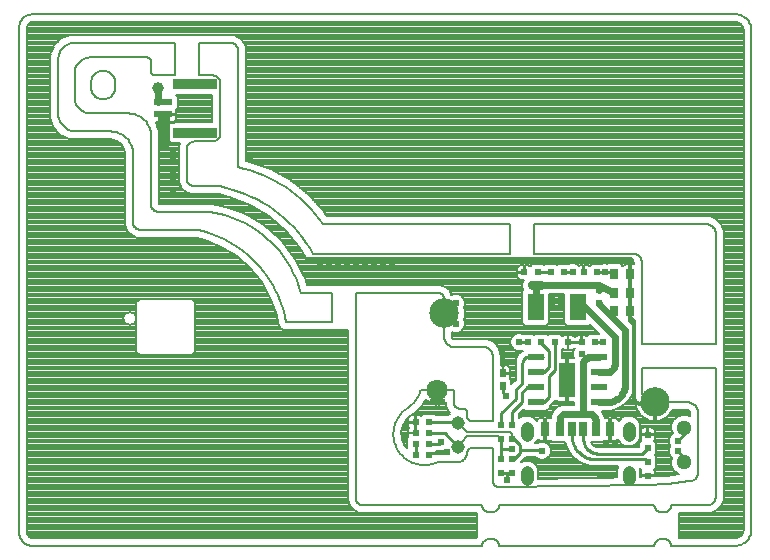
<source format=gtl>
G75*
G70*
%OFA0B0*%
%FSLAX24Y24*%
%IPPOS*%
%LPD*%
%AMOC8*
5,1,8,0,0,1.08239X$1,22.5*
%
%ADD10C,0.0050*%
%ADD11R,0.0197X0.0220*%
%ADD12R,0.0315X0.0472*%
%ADD13R,0.0250X0.0472*%
%ADD14C,0.0004*%
%ADD15C,0.0433*%
%ADD16R,0.0220X0.0197*%
%ADD17C,0.0450*%
%ADD18C,0.0709*%
%ADD19R,0.0600X0.0236*%
%ADD20R,0.1450X0.0350*%
%ADD21C,0.0512*%
%ADD22R,0.0197X0.0250*%
%ADD23R,0.0551X0.0236*%
%ADD24R,0.0551X0.1181*%
%ADD25R,0.0551X0.0906*%
%ADD26R,0.0250X0.0354*%
%ADD27C,0.0984*%
%ADD28C,0.0240*%
%ADD29C,0.0080*%
%ADD30C,0.0400*%
%ADD31C,0.0100*%
%ADD32C,0.0220*%
%ADD33C,0.0120*%
%ADD34C,0.0140*%
%ADD35C,0.0200*%
%ADD36C,0.0070*%
%ADD37C,0.0240*%
%ADD38C,0.0230*%
%ADD39C,0.0390*%
%ADD40C,0.0160*%
%ADD41C,0.0280*%
%ADD42C,0.0300*%
D10*
X000929Y000534D02*
X015972Y000534D01*
X015972Y000562D01*
X015976Y000590D01*
X015983Y000617D01*
X015994Y000643D01*
X016008Y000667D01*
X016025Y000689D01*
X016045Y000709D01*
X016067Y000726D01*
X016091Y000740D01*
X016117Y000751D01*
X016144Y000758D01*
X016172Y000762D01*
X016322Y000762D01*
X016350Y000758D01*
X016377Y000751D01*
X016403Y000740D01*
X016427Y000726D01*
X016449Y000709D01*
X016469Y000689D01*
X016486Y000667D01*
X016500Y000643D01*
X016511Y000617D01*
X016518Y000590D01*
X016522Y000562D01*
X016522Y000534D01*
X021709Y000534D01*
X021709Y000562D01*
X021713Y000590D01*
X021720Y000617D01*
X021731Y000643D01*
X021745Y000667D01*
X021762Y000689D01*
X021782Y000709D01*
X021804Y000726D01*
X021828Y000740D01*
X021854Y000751D01*
X021881Y000758D01*
X021909Y000762D01*
X022059Y000762D01*
X022088Y000758D01*
X022115Y000751D01*
X022141Y000741D01*
X022166Y000727D01*
X022189Y000710D01*
X022209Y000690D01*
X022227Y000668D01*
X022241Y000643D01*
X022253Y000617D01*
X022260Y000590D01*
X022264Y000562D01*
X022265Y000534D01*
X022264Y000534D02*
X024328Y000534D01*
X024327Y000533D02*
X024374Y000530D01*
X024420Y000531D01*
X024466Y000536D01*
X024512Y000544D01*
X024556Y000557D01*
X024600Y000573D01*
X024642Y000592D01*
X024682Y000615D01*
X024720Y000641D01*
X024756Y000671D01*
X024790Y000703D01*
X024821Y000737D01*
X024848Y000775D01*
X024873Y000814D01*
X024894Y000855D01*
X024912Y000898D01*
X024926Y000942D01*
X024936Y000987D01*
X024943Y001033D01*
X024943Y001034D02*
X024943Y017752D01*
X024943Y017753D02*
X024936Y017798D01*
X024926Y017844D01*
X024911Y017888D01*
X024894Y017930D01*
X024872Y017971D01*
X024848Y018011D01*
X024820Y018048D01*
X024789Y018082D01*
X024756Y018114D01*
X024720Y018143D01*
X024682Y018170D01*
X024641Y018192D01*
X024599Y018212D01*
X024556Y018228D01*
X024511Y018240D01*
X024466Y018248D01*
X024420Y018253D01*
X024374Y018254D01*
X024327Y018251D01*
X024328Y018250D02*
X000929Y018250D01*
X000930Y018250D02*
X000889Y018243D01*
X000849Y018233D01*
X000809Y018219D01*
X000772Y018201D01*
X000736Y018180D01*
X000702Y018156D01*
X000671Y018129D01*
X000642Y018099D01*
X000616Y018066D01*
X000593Y018032D01*
X000574Y017995D01*
X000558Y017956D01*
X000546Y017917D01*
X000537Y017876D01*
X000532Y017835D01*
X000531Y017793D01*
X000534Y017752D01*
X000534Y001034D01*
X000531Y000993D01*
X000532Y000951D01*
X000537Y000910D01*
X000545Y000869D01*
X000558Y000829D01*
X000574Y000791D01*
X000593Y000754D01*
X000616Y000719D01*
X000642Y000686D01*
X000670Y000656D01*
X000702Y000629D01*
X000736Y000604D01*
X000772Y000583D01*
X000809Y000565D01*
X000848Y000551D01*
X000889Y000541D01*
X000930Y000534D01*
X009437Y007981D02*
X009399Y008165D01*
X009352Y008348D01*
X009296Y008528D01*
X009232Y008705D01*
X009159Y008878D01*
X009077Y009048D01*
X008988Y009214D01*
X008890Y009375D01*
X008785Y009532D01*
X008672Y009683D01*
X008552Y009828D01*
X008425Y009967D01*
X008291Y010100D01*
X008151Y010226D01*
X008005Y010345D01*
X007854Y010457D01*
X007697Y010562D01*
X007535Y010659D01*
X007369Y010747D01*
X007199Y010828D01*
X007025Y010900D01*
X006847Y010964D01*
X006667Y011019D01*
X006484Y011065D01*
X004578Y011065D01*
X004548Y011067D01*
X004518Y011072D01*
X004489Y011081D01*
X004462Y011094D01*
X004436Y011109D01*
X004412Y011128D01*
X004391Y011149D01*
X004372Y011173D01*
X004357Y011199D01*
X004344Y011226D01*
X004335Y011255D01*
X004330Y011285D01*
X004328Y011315D01*
X004328Y013595D01*
X004326Y013649D01*
X004320Y013702D01*
X004311Y013754D01*
X004298Y013806D01*
X004281Y013857D01*
X004260Y013907D01*
X004236Y013954D01*
X004209Y014000D01*
X004178Y014044D01*
X004145Y014086D01*
X004108Y014125D01*
X004069Y014162D01*
X004027Y014195D01*
X003983Y014226D01*
X003937Y014253D01*
X003890Y014277D01*
X003840Y014298D01*
X003789Y014315D01*
X003737Y014328D01*
X003685Y014337D01*
X003632Y014343D01*
X003578Y014345D01*
X002387Y014345D01*
X002341Y014350D01*
X002296Y014359D01*
X002251Y014371D01*
X002207Y014386D01*
X002165Y014405D01*
X002124Y014428D01*
X002085Y014453D01*
X002048Y014481D01*
X002014Y014512D01*
X001982Y014546D01*
X001953Y014582D01*
X001927Y014621D01*
X001903Y014661D01*
X001884Y014703D01*
X001867Y014746D01*
X001854Y014791D01*
X001844Y014836D01*
X001838Y014882D01*
X001836Y014928D01*
X001837Y014975D01*
X001837Y016756D01*
X001839Y016801D01*
X001845Y016847D01*
X001854Y016891D01*
X001867Y016935D01*
X001883Y016977D01*
X001903Y017018D01*
X001927Y017057D01*
X001953Y017094D01*
X001982Y017129D01*
X002014Y017161D01*
X002049Y017190D01*
X002086Y017216D01*
X002125Y017240D01*
X002166Y017260D01*
X002208Y017276D01*
X002252Y017289D01*
X002296Y017298D01*
X002342Y017304D01*
X002387Y017306D01*
X005733Y017306D01*
X005733Y016215D01*
X005078Y016215D01*
X005055Y016217D01*
X005032Y016222D01*
X005010Y016231D01*
X004990Y016244D01*
X004972Y016259D01*
X004957Y016277D01*
X004944Y016297D01*
X004935Y016319D01*
X004930Y016342D01*
X004928Y016365D01*
X004928Y016665D01*
X004926Y016688D01*
X004921Y016711D01*
X004912Y016733D01*
X004899Y016753D01*
X004884Y016771D01*
X004866Y016786D01*
X004846Y016799D01*
X004824Y016808D01*
X004801Y016813D01*
X004778Y016815D01*
X002928Y016815D01*
X002883Y016813D01*
X002837Y016807D01*
X002793Y016798D01*
X002749Y016785D01*
X002707Y016769D01*
X002666Y016749D01*
X002627Y016725D01*
X002590Y016699D01*
X002555Y016670D01*
X002523Y016638D01*
X002494Y016603D01*
X002468Y016566D01*
X002444Y016527D01*
X002424Y016486D01*
X002408Y016444D01*
X002395Y016400D01*
X002386Y016356D01*
X002380Y016310D01*
X002378Y016265D01*
X002378Y015495D01*
X002380Y015450D01*
X002386Y015404D01*
X002395Y015360D01*
X002408Y015316D01*
X002424Y015274D01*
X002444Y015233D01*
X002468Y015194D01*
X002494Y015157D01*
X002523Y015122D01*
X002555Y015090D01*
X002590Y015061D01*
X002627Y015035D01*
X002666Y015011D01*
X002707Y014991D01*
X002749Y014975D01*
X002793Y014962D01*
X002837Y014953D01*
X002883Y014947D01*
X002928Y014945D01*
X004178Y014945D01*
X004232Y014943D01*
X004285Y014937D01*
X004337Y014928D01*
X004389Y014915D01*
X004440Y014898D01*
X004490Y014877D01*
X004537Y014853D01*
X004583Y014826D01*
X004627Y014795D01*
X004669Y014762D01*
X004708Y014725D01*
X004745Y014686D01*
X004778Y014644D01*
X004809Y014600D01*
X004836Y014554D01*
X004860Y014507D01*
X004881Y014457D01*
X004898Y014406D01*
X004911Y014354D01*
X004920Y014302D01*
X004926Y014249D01*
X004928Y014195D01*
X004928Y011915D01*
X004930Y011885D01*
X004935Y011855D01*
X004944Y011826D01*
X004957Y011799D01*
X004972Y011773D01*
X004991Y011749D01*
X005012Y011728D01*
X005036Y011709D01*
X005062Y011694D01*
X005089Y011681D01*
X005118Y011672D01*
X005148Y011667D01*
X005178Y011665D01*
X006878Y011665D01*
X007228Y012515D02*
X006378Y012515D01*
X006348Y012517D01*
X006318Y012522D01*
X006289Y012531D01*
X006262Y012544D01*
X006236Y012559D01*
X006212Y012578D01*
X006191Y012599D01*
X006172Y012623D01*
X006157Y012649D01*
X006144Y012676D01*
X006135Y012705D01*
X006130Y012735D01*
X006128Y012765D01*
X006128Y013765D01*
X006130Y013795D01*
X006135Y013825D01*
X006144Y013854D01*
X006157Y013881D01*
X006172Y013907D01*
X006191Y013931D01*
X006212Y013952D01*
X006236Y013971D01*
X006262Y013986D01*
X006289Y013999D01*
X006318Y014008D01*
X006348Y014013D01*
X006378Y014015D01*
X006978Y014015D01*
X007008Y014017D01*
X007038Y014022D01*
X007067Y014031D01*
X007094Y014044D01*
X007120Y014059D01*
X007144Y014078D01*
X007165Y014099D01*
X007184Y014123D01*
X007199Y014149D01*
X007212Y014176D01*
X007221Y014205D01*
X007226Y014235D01*
X007228Y014265D01*
X007228Y015965D01*
X007226Y015995D01*
X007221Y016025D01*
X007212Y016054D01*
X007199Y016081D01*
X007184Y016107D01*
X007165Y016131D01*
X007144Y016152D01*
X007120Y016171D01*
X007094Y016186D01*
X007067Y016199D01*
X007038Y016208D01*
X007008Y016213D01*
X006978Y016215D01*
X006521Y016215D01*
X006521Y017306D01*
X007568Y017306D01*
X007569Y017306D02*
X007599Y017304D01*
X007628Y017299D01*
X007657Y017291D01*
X007684Y017279D01*
X007710Y017263D01*
X007734Y017245D01*
X007755Y017224D01*
X007774Y017201D01*
X007790Y017175D01*
X007802Y017148D01*
X007811Y017119D01*
X007817Y017090D01*
X007819Y017060D01*
X007818Y017060D02*
X007818Y013156D01*
X010657Y011256D02*
X016908Y011256D01*
X016908Y010259D01*
X010328Y010259D01*
X009928Y008965D02*
X010960Y008965D01*
X010960Y007981D01*
X009437Y007981D01*
X011747Y008965D02*
X011747Y002142D01*
X011747Y002141D02*
X011748Y002112D01*
X011752Y002083D01*
X011760Y002054D01*
X011771Y002027D01*
X011786Y002001D01*
X011803Y001977D01*
X011823Y001955D01*
X011846Y001936D01*
X011871Y001920D01*
X011897Y001907D01*
X011925Y001897D01*
X011954Y001891D01*
X011984Y001888D01*
X011983Y001888D02*
X015972Y001888D01*
X015972Y001860D01*
X015976Y001832D01*
X015983Y001805D01*
X015994Y001779D01*
X016008Y001755D01*
X016025Y001733D01*
X016045Y001713D01*
X016067Y001696D01*
X016091Y001682D01*
X016117Y001671D01*
X016144Y001664D01*
X016172Y001660D01*
X016322Y001660D01*
X016350Y001664D01*
X016377Y001671D01*
X016403Y001682D01*
X016427Y001696D01*
X016449Y001713D01*
X016469Y001733D01*
X016486Y001755D01*
X016500Y001779D01*
X016511Y001805D01*
X016518Y001832D01*
X016522Y001860D01*
X016522Y001888D01*
X021709Y001888D01*
X021709Y001860D01*
X021713Y001832D01*
X021720Y001805D01*
X021731Y001779D01*
X021745Y001755D01*
X021762Y001733D01*
X021782Y001713D01*
X021804Y001696D01*
X021828Y001682D01*
X021854Y001671D01*
X021881Y001664D01*
X021909Y001660D01*
X022059Y001660D01*
X022088Y001664D01*
X022115Y001671D01*
X022141Y001681D01*
X022166Y001695D01*
X022189Y001712D01*
X022209Y001732D01*
X022227Y001754D01*
X022241Y001779D01*
X022253Y001805D01*
X022260Y001832D01*
X022264Y001860D01*
X022265Y001888D01*
X022264Y001888D02*
X023464Y001888D01*
X023497Y001890D01*
X023530Y001896D01*
X023562Y001905D01*
X023592Y001918D01*
X023621Y001935D01*
X023648Y001954D01*
X023673Y001976D01*
X023695Y002001D01*
X023714Y002028D01*
X023730Y002058D01*
X023742Y002088D01*
X023751Y002120D01*
X023756Y002153D01*
X023758Y002186D01*
X023758Y006464D01*
X021278Y006464D01*
X021278Y005715D01*
X021282Y005676D01*
X021290Y005637D01*
X021301Y005600D01*
X021315Y005563D01*
X021333Y005528D01*
X021355Y005495D01*
X021379Y005464D01*
X021406Y005435D01*
X021435Y005409D01*
X021467Y005386D01*
X021500Y005365D01*
X021536Y005348D01*
X021573Y005334D01*
X021611Y005324D01*
X021649Y005317D01*
X021689Y005314D01*
X021728Y005315D01*
X022828Y005315D01*
X022827Y005316D02*
X022863Y005311D01*
X022899Y005303D01*
X022933Y005291D01*
X022967Y005276D01*
X022998Y005258D01*
X023028Y005237D01*
X023055Y005213D01*
X023080Y005186D01*
X023102Y005157D01*
X023121Y005126D01*
X023137Y005094D01*
X023150Y005059D01*
X023160Y005024D01*
X023166Y004988D01*
X023168Y004952D01*
X023167Y004916D01*
X023167Y004915D02*
X023167Y002977D01*
X023165Y002944D01*
X023160Y002912D01*
X023151Y002880D01*
X023138Y002849D01*
X023122Y002821D01*
X023103Y002794D01*
X023081Y002769D01*
X023056Y002747D01*
X023029Y002728D01*
X023001Y002712D01*
X022970Y002699D01*
X022938Y002690D01*
X022906Y002685D01*
X022873Y002683D01*
X021424Y002565D02*
X016564Y002479D01*
X016534Y002481D01*
X016504Y002486D01*
X016475Y002495D01*
X016448Y002508D01*
X016422Y002523D01*
X016398Y002542D01*
X016377Y002563D01*
X016358Y002587D01*
X016343Y002613D01*
X016330Y002640D01*
X016321Y002669D01*
X016316Y002699D01*
X016314Y002729D01*
X016314Y003798D01*
X015645Y003798D01*
X015622Y003799D01*
X015599Y003796D01*
X015576Y003790D01*
X015555Y003780D01*
X015535Y003768D01*
X015517Y003753D01*
X015502Y003736D01*
X015489Y003716D01*
X015479Y003695D01*
X015472Y003673D01*
X015469Y003650D01*
X015468Y003649D02*
X015467Y003616D01*
X015462Y003583D01*
X015453Y003551D01*
X015442Y003520D01*
X015427Y003490D01*
X015409Y003462D01*
X015388Y003436D01*
X015365Y003412D01*
X015340Y003391D01*
X015312Y003372D01*
X015282Y003357D01*
X015251Y003345D01*
X015219Y003336D01*
X015186Y003330D01*
X015153Y003328D01*
X014493Y003328D01*
X014436Y003302D01*
X014377Y003280D01*
X014317Y003262D01*
X014255Y003248D01*
X014193Y003237D01*
X014131Y003230D01*
X014068Y003226D01*
X014005Y003227D01*
X013942Y003231D01*
X013880Y003239D01*
X013818Y003251D01*
X013757Y003267D01*
X013697Y003286D01*
X013639Y003309D01*
X013582Y003335D01*
X013526Y003365D01*
X013473Y003398D01*
X013421Y003434D01*
X013372Y003473D01*
X013326Y003515D01*
X013281Y003560D01*
X013240Y003608D01*
X013202Y003658D01*
X013167Y003710D01*
X013135Y003764D01*
X013106Y003820D01*
X013081Y003878D01*
X013059Y003937D01*
X013041Y003997D01*
X013027Y004058D01*
X013016Y004120D01*
X013009Y004183D01*
X013006Y004246D01*
X013007Y004308D01*
X013011Y004371D01*
X013020Y004434D01*
X013032Y004495D01*
X013048Y004556D01*
X013067Y004616D01*
X013090Y004675D01*
X013117Y004732D01*
X013147Y004787D01*
X013180Y004840D01*
X013216Y004892D01*
X013256Y004941D01*
X013298Y004987D01*
X013343Y005031D01*
X013391Y005072D01*
X013441Y005110D01*
X013928Y005738D02*
X015028Y005738D01*
X015028Y005288D01*
X015029Y005288D02*
X015028Y005264D01*
X015031Y005241D01*
X015038Y005219D01*
X015047Y005197D01*
X015059Y005177D01*
X015075Y005160D01*
X015092Y005144D01*
X015112Y005131D01*
X015133Y005121D01*
X015155Y005114D01*
X015178Y005111D01*
X015178Y005110D02*
X015318Y005110D01*
X015341Y005106D01*
X015363Y005100D01*
X015384Y005091D01*
X015403Y005078D01*
X015421Y005063D01*
X015436Y005046D01*
X015448Y005027D01*
X015458Y005006D01*
X015464Y004984D01*
X015468Y004961D01*
X015468Y004938D01*
X015468Y004876D01*
X015469Y004876D02*
X015468Y004853D01*
X015471Y004830D01*
X015477Y004808D01*
X015486Y004787D01*
X015498Y004767D01*
X015512Y004749D01*
X015529Y004733D01*
X015548Y004720D01*
X015569Y004710D01*
X015591Y004703D01*
X015614Y004699D01*
X015613Y004698D02*
X016314Y004698D01*
X016314Y006881D01*
X016314Y006880D02*
X016310Y006913D01*
X016303Y006944D01*
X016293Y006975D01*
X016279Y007005D01*
X016262Y007032D01*
X016242Y007058D01*
X016219Y007081D01*
X016193Y007101D01*
X016166Y007119D01*
X016137Y007133D01*
X016106Y007144D01*
X016074Y007152D01*
X016042Y007155D01*
X016010Y007156D01*
X016009Y007156D02*
X015014Y007156D01*
X014979Y007160D01*
X014944Y007169D01*
X014910Y007180D01*
X014878Y007195D01*
X014847Y007214D01*
X014819Y007236D01*
X014793Y007260D01*
X014770Y007287D01*
X014749Y007316D01*
X014732Y007348D01*
X014718Y007381D01*
X014708Y007415D01*
X014701Y007450D01*
X014698Y007485D01*
X014699Y007521D01*
X014699Y008765D01*
X014700Y008765D02*
X014697Y008792D01*
X014690Y008819D01*
X014680Y008845D01*
X014666Y008869D01*
X014650Y008891D01*
X014630Y008911D01*
X014609Y008928D01*
X014585Y008942D01*
X014560Y008953D01*
X014533Y008960D01*
X014506Y008964D01*
X014478Y008965D01*
X011747Y008965D01*
X013928Y005738D02*
X013910Y005678D01*
X013888Y005619D01*
X013862Y005562D01*
X013833Y005506D01*
X013801Y005453D01*
X013765Y005401D01*
X013727Y005351D01*
X013686Y005304D01*
X013641Y005259D01*
X013595Y005218D01*
X013545Y005179D01*
X013494Y005143D01*
X013440Y005110D01*
X010657Y011256D02*
X010530Y011434D01*
X010394Y011605D01*
X010250Y011770D01*
X010099Y011928D01*
X009940Y012078D01*
X009774Y012221D01*
X009601Y012356D01*
X009422Y012482D01*
X009238Y012599D01*
X009047Y012707D01*
X008852Y012806D01*
X008653Y012896D01*
X008449Y012976D01*
X008242Y013046D01*
X008031Y013106D01*
X007818Y013156D01*
X003728Y015815D02*
X003728Y015965D01*
X003726Y016004D01*
X003720Y016043D01*
X003711Y016081D01*
X003698Y016118D01*
X003681Y016154D01*
X003661Y016187D01*
X003637Y016219D01*
X003611Y016248D01*
X003582Y016274D01*
X003550Y016298D01*
X003517Y016318D01*
X003481Y016335D01*
X003444Y016348D01*
X003406Y016357D01*
X003367Y016363D01*
X003328Y016365D01*
X003289Y016363D01*
X003250Y016357D01*
X003212Y016348D01*
X003175Y016335D01*
X003139Y016318D01*
X003106Y016298D01*
X003074Y016274D01*
X003045Y016248D01*
X003019Y016219D01*
X002995Y016187D01*
X002975Y016154D01*
X002958Y016118D01*
X002945Y016081D01*
X002936Y016043D01*
X002930Y016004D01*
X002928Y015965D01*
X002928Y015815D01*
X002930Y015776D01*
X002936Y015737D01*
X002945Y015699D01*
X002958Y015662D01*
X002975Y015626D01*
X002995Y015593D01*
X003019Y015561D01*
X003045Y015532D01*
X003074Y015506D01*
X003106Y015482D01*
X003139Y015462D01*
X003175Y015445D01*
X003212Y015432D01*
X003250Y015423D01*
X003289Y015417D01*
X003328Y015415D01*
X003367Y015417D01*
X003406Y015423D01*
X003444Y015432D01*
X003481Y015445D01*
X003517Y015462D01*
X003550Y015482D01*
X003582Y015506D01*
X003611Y015532D01*
X003637Y015561D01*
X003661Y015593D01*
X003681Y015626D01*
X003698Y015662D01*
X003711Y015699D01*
X003720Y015737D01*
X003726Y015776D01*
X003728Y015815D01*
X007228Y012515D02*
X007443Y012468D01*
X007655Y012410D01*
X007864Y012342D01*
X008070Y012264D01*
X008271Y012176D01*
X008469Y012079D01*
X008661Y011972D01*
X008847Y011856D01*
X009028Y011730D01*
X009203Y011597D01*
X009371Y011455D01*
X009532Y011305D01*
X009685Y011147D01*
X009831Y010983D01*
X009968Y010811D01*
X010097Y010633D01*
X010217Y010449D01*
X010328Y010259D01*
X009928Y008965D02*
X009877Y009137D01*
X009818Y009307D01*
X009751Y009474D01*
X009675Y009637D01*
X009592Y009797D01*
X009501Y009952D01*
X009403Y010102D01*
X009298Y010248D01*
X009185Y010388D01*
X009066Y010523D01*
X008941Y010652D01*
X008809Y010774D01*
X008671Y010890D01*
X008528Y010999D01*
X008380Y011101D01*
X008227Y011195D01*
X008070Y011282D01*
X007909Y011362D01*
X007744Y011433D01*
X007576Y011496D01*
X007404Y011551D01*
X007231Y011598D01*
X007055Y011636D01*
X006878Y011665D01*
X017695Y011256D02*
X017695Y010259D01*
X021028Y010259D01*
X021058Y010258D01*
X021087Y010253D01*
X021116Y010244D01*
X021143Y010232D01*
X021169Y010217D01*
X021192Y010199D01*
X021214Y010178D01*
X021232Y010155D01*
X021248Y010130D01*
X021261Y010103D01*
X021270Y010074D01*
X021276Y010045D01*
X021278Y010015D01*
X021278Y007252D01*
X023758Y007252D01*
X023758Y010915D01*
X023757Y010916D02*
X023756Y010951D01*
X023751Y010985D01*
X023742Y011019D01*
X023730Y011052D01*
X023715Y011084D01*
X023696Y011114D01*
X023674Y011141D01*
X023650Y011166D01*
X023623Y011189D01*
X023594Y011208D01*
X023563Y011225D01*
X023531Y011238D01*
X023497Y011248D01*
X023462Y011254D01*
X023427Y011256D01*
X023428Y011256D02*
X017695Y011256D01*
X021424Y002565D02*
X022150Y002608D01*
X022873Y002683D01*
D11*
X021484Y002875D03*
X021484Y003322D03*
X021484Y003789D03*
X021484Y004235D03*
X016960Y004110D03*
X016600Y004110D03*
X016600Y004557D03*
X016960Y004557D03*
X016960Y003415D03*
X016600Y003415D03*
X016600Y002968D03*
X016960Y002968D03*
X019867Y008614D03*
X019867Y009061D03*
D12*
X019745Y004411D03*
X020229Y004411D03*
X018548Y004411D03*
X018064Y004411D03*
D13*
X018950Y004411D03*
X019343Y004411D03*
D14*
X020739Y004483D02*
X020739Y004238D01*
X020741Y004218D01*
X020746Y004199D01*
X020755Y004181D01*
X020767Y004165D01*
X020782Y004152D01*
X020799Y004141D01*
X020817Y004134D01*
X020837Y004130D01*
X020857Y004130D01*
X020877Y004134D01*
X020895Y004141D01*
X020912Y004152D01*
X020927Y004165D01*
X020939Y004181D01*
X020948Y004199D01*
X020953Y004218D01*
X020955Y004238D01*
X020956Y004238D02*
X020956Y004483D01*
X020955Y004483D02*
X020953Y004503D01*
X020948Y004522D01*
X020939Y004540D01*
X020927Y004556D01*
X020912Y004569D01*
X020895Y004580D01*
X020877Y004587D01*
X020857Y004591D01*
X020837Y004591D01*
X020817Y004587D01*
X020799Y004580D01*
X020782Y004569D01*
X020767Y004556D01*
X020755Y004540D01*
X020746Y004522D01*
X020741Y004503D01*
X020739Y004483D01*
X020739Y002986D02*
X020739Y002742D01*
X020741Y002722D01*
X020746Y002703D01*
X020755Y002685D01*
X020767Y002669D01*
X020782Y002656D01*
X020799Y002645D01*
X020817Y002638D01*
X020837Y002634D01*
X020857Y002634D01*
X020877Y002638D01*
X020895Y002645D01*
X020912Y002656D01*
X020927Y002669D01*
X020939Y002685D01*
X020948Y002703D01*
X020953Y002722D01*
X020955Y002742D01*
X020956Y002742D02*
X020956Y002986D01*
X020955Y002986D02*
X020953Y003006D01*
X020948Y003025D01*
X020939Y003043D01*
X020927Y003059D01*
X020912Y003072D01*
X020895Y003083D01*
X020877Y003090D01*
X020857Y003094D01*
X020837Y003094D01*
X020817Y003090D01*
X020799Y003083D01*
X020782Y003072D01*
X020767Y003059D01*
X020755Y003043D01*
X020746Y003025D01*
X020741Y003006D01*
X020739Y002986D01*
X017554Y002986D02*
X017554Y002742D01*
X017552Y002722D01*
X017547Y002703D01*
X017538Y002685D01*
X017526Y002669D01*
X017511Y002656D01*
X017494Y002645D01*
X017476Y002638D01*
X017456Y002634D01*
X017436Y002634D01*
X017416Y002638D01*
X017398Y002645D01*
X017381Y002656D01*
X017366Y002669D01*
X017354Y002685D01*
X017345Y002703D01*
X017340Y002722D01*
X017338Y002742D01*
X017338Y002986D01*
X017340Y003006D01*
X017345Y003025D01*
X017354Y003043D01*
X017366Y003059D01*
X017381Y003072D01*
X017398Y003083D01*
X017416Y003090D01*
X017436Y003094D01*
X017456Y003094D01*
X017476Y003090D01*
X017494Y003083D01*
X017511Y003072D01*
X017526Y003059D01*
X017538Y003043D01*
X017547Y003025D01*
X017552Y003006D01*
X017554Y002986D01*
X017554Y004238D02*
X017554Y004483D01*
X017552Y004503D01*
X017547Y004522D01*
X017538Y004540D01*
X017526Y004556D01*
X017511Y004569D01*
X017494Y004580D01*
X017476Y004587D01*
X017456Y004591D01*
X017436Y004591D01*
X017416Y004587D01*
X017398Y004580D01*
X017381Y004569D01*
X017366Y004556D01*
X017354Y004540D01*
X017345Y004522D01*
X017340Y004503D01*
X017338Y004483D01*
X017338Y004238D01*
X017340Y004218D01*
X017345Y004199D01*
X017354Y004181D01*
X017366Y004165D01*
X017381Y004152D01*
X017398Y004141D01*
X017416Y004134D01*
X017436Y004130D01*
X017456Y004130D01*
X017476Y004134D01*
X017494Y004141D01*
X017511Y004152D01*
X017526Y004165D01*
X017538Y004181D01*
X017547Y004199D01*
X017552Y004218D01*
X017554Y004238D01*
D15*
X017446Y004477D02*
X017446Y004477D01*
X017446Y004241D01*
X017446Y004241D01*
X017446Y004477D01*
X017446Y002980D02*
X017446Y002980D01*
X017446Y002744D01*
X017446Y002744D01*
X017446Y002980D01*
X020847Y002980D02*
X020847Y002980D01*
X020847Y002744D01*
X020847Y002744D01*
X020847Y002980D01*
X020847Y004477D02*
X020847Y004477D01*
X020847Y004241D01*
X020847Y004241D01*
X020847Y004477D01*
D16*
X019726Y007314D03*
X019280Y007314D03*
X018826Y007314D03*
X018380Y007314D03*
X017926Y007314D03*
X017480Y007314D03*
X017370Y009646D03*
X017817Y009646D03*
X018250Y009646D03*
X018697Y009646D03*
X019350Y009646D03*
X019797Y009646D03*
X014191Y004650D03*
X014191Y004290D03*
X014191Y003930D03*
X014191Y003570D03*
X013745Y003570D03*
X013745Y003930D03*
X013745Y004290D03*
X013745Y004650D03*
D17*
X015168Y004640D03*
X015168Y003840D03*
D18*
X014477Y005728D03*
D19*
X005334Y014918D03*
X005334Y015312D03*
D20*
X006378Y015924D03*
X006378Y014307D03*
D21*
X022710Y004466D03*
X022710Y003316D03*
D22*
X016660Y005844D03*
X016660Y006284D03*
D23*
X017760Y006323D03*
X017760Y006823D03*
X017760Y005823D03*
X017760Y005323D03*
X019846Y005323D03*
X019846Y005823D03*
X019846Y006323D03*
X019846Y006823D03*
D24*
X018803Y006073D03*
D25*
X019152Y008483D03*
X017754Y008483D03*
D26*
X020350Y008358D03*
X020897Y008358D03*
X020897Y008977D03*
X020350Y008977D03*
X020350Y009596D03*
X020897Y009596D03*
D27*
X021725Y005319D03*
X014710Y008279D03*
D28*
X015084Y008629D03*
X015084Y007929D03*
X017200Y007314D03*
X018303Y008216D03*
X018603Y008216D03*
X018603Y008516D03*
X018603Y008816D03*
X018303Y008816D03*
X018303Y008516D03*
X018984Y009646D03*
X020064Y009646D03*
X020308Y010015D03*
X020608Y010015D03*
X020908Y010015D03*
X020009Y007314D03*
X019284Y006934D03*
X018953Y006536D03*
X018953Y006266D03*
X018653Y006266D03*
X018653Y006536D03*
X018653Y005996D03*
X018653Y005726D03*
X018953Y005726D03*
X018953Y005996D03*
X019823Y005823D03*
X020083Y003935D03*
X020383Y003935D03*
X022484Y004034D03*
X022484Y003704D03*
X017964Y003709D03*
X016960Y003762D03*
X016784Y002734D03*
X014797Y003670D03*
X014584Y003980D03*
X013398Y004190D03*
X013398Y004490D03*
X014323Y005340D03*
X014623Y005340D03*
X016760Y005514D03*
X012958Y009965D03*
X012658Y009965D03*
X012358Y009965D03*
X012058Y009965D03*
X011758Y009965D03*
X011458Y009965D03*
X011158Y009965D03*
X010858Y009965D03*
X010558Y009965D03*
X008215Y013484D03*
X005658Y013385D03*
X005658Y013035D03*
X005658Y012685D03*
X005658Y012335D03*
X005658Y013735D03*
D29*
X005863Y013722D02*
X005193Y013722D01*
X005193Y013800D02*
X005863Y013800D01*
X005863Y013868D02*
X005863Y012663D01*
X005941Y012473D01*
X006086Y012329D01*
X006086Y012329D01*
X006275Y012250D01*
X007197Y012250D01*
X007539Y012168D01*
X008234Y011900D01*
X008872Y011516D01*
X009433Y011028D01*
X009901Y010449D01*
X010090Y010140D01*
X010103Y010109D01*
X010114Y010098D01*
X010121Y010085D01*
X010151Y010061D01*
X010178Y010034D01*
X010192Y010028D01*
X010204Y010019D01*
X010240Y010008D01*
X010275Y009994D01*
X010290Y009994D01*
X010305Y009990D01*
X010343Y009994D01*
X016960Y009994D01*
X016966Y009996D01*
X017637Y009996D01*
X017642Y009994D01*
X020977Y009994D01*
X020978Y009993D01*
X021013Y009994D01*
X021013Y009913D01*
X020920Y009913D01*
X020920Y009618D01*
X020875Y009618D01*
X020875Y009913D01*
X020754Y009913D01*
X020718Y009903D01*
X020686Y009885D01*
X020660Y009859D01*
X020654Y009849D01*
X020550Y009953D01*
X020151Y009953D01*
X020138Y009940D01*
X020123Y009946D01*
X020004Y009946D01*
X019952Y009924D01*
X019612Y009924D01*
X019545Y009857D01*
X019514Y009875D01*
X019479Y009884D01*
X019360Y009884D01*
X019360Y009655D01*
X019341Y009655D01*
X019341Y009884D01*
X019222Y009884D01*
X019186Y009875D01*
X019182Y009872D01*
X019154Y009900D01*
X019043Y009946D01*
X018924Y009946D01*
X018872Y009924D01*
X018512Y009924D01*
X018474Y009885D01*
X018435Y009924D01*
X018066Y009924D01*
X018034Y009892D01*
X018002Y009924D01*
X017632Y009924D01*
X017565Y009857D01*
X017534Y009875D01*
X017499Y009884D01*
X017380Y009884D01*
X017380Y009655D01*
X017361Y009655D01*
X017361Y009884D01*
X017242Y009884D01*
X017206Y009875D01*
X017174Y009856D01*
X017148Y009830D01*
X017130Y009798D01*
X017120Y009763D01*
X017120Y009655D01*
X017361Y009655D01*
X017361Y009636D01*
X017120Y009636D01*
X017120Y009529D01*
X017130Y009493D01*
X017148Y009461D01*
X017174Y009435D01*
X017206Y009417D01*
X017242Y009407D01*
X017349Y009407D01*
X017344Y009402D01*
X017294Y009281D01*
X017294Y009150D01*
X017336Y009048D01*
X017299Y009010D01*
X017299Y007956D01*
X017404Y007850D01*
X018104Y007850D01*
X018210Y007956D01*
X018210Y008915D01*
X018696Y008915D01*
X018696Y007956D01*
X018802Y007850D01*
X019502Y007850D01*
X019548Y007896D01*
X019851Y007592D01*
X019542Y007592D01*
X019474Y007525D01*
X019444Y007543D01*
X019408Y007552D01*
X019289Y007552D01*
X019289Y007323D01*
X019270Y007323D01*
X019270Y007304D01*
X019076Y007304D01*
X018836Y007304D01*
X018836Y007075D01*
X018955Y007075D01*
X018990Y007085D01*
X019022Y007103D01*
X019048Y007129D01*
X019053Y007137D01*
X019057Y007131D01*
X019029Y007104D01*
X018984Y006993D01*
X018984Y006874D01*
X019013Y006803D01*
X018843Y006803D01*
X018843Y006113D01*
X018763Y006113D01*
X018763Y006803D01*
X018614Y006803D01*
X018614Y007085D01*
X018632Y007103D01*
X018662Y007085D01*
X018698Y007075D01*
X018817Y007075D01*
X018817Y007304D01*
X018836Y007304D01*
X018836Y007323D01*
X019270Y007323D01*
X019270Y007552D01*
X019151Y007552D01*
X019116Y007543D01*
X019084Y007524D01*
X019058Y007498D01*
X019053Y007490D01*
X019048Y007498D01*
X019022Y007524D01*
X018990Y007543D01*
X018955Y007552D01*
X018836Y007552D01*
X018836Y007323D01*
X018817Y007323D01*
X018817Y007552D01*
X018698Y007552D01*
X018662Y007543D01*
X018632Y007525D01*
X018564Y007592D01*
X018195Y007592D01*
X018153Y007550D01*
X018111Y007592D01*
X017742Y007592D01*
X017703Y007553D01*
X017664Y007592D01*
X017311Y007592D01*
X017259Y007614D01*
X017140Y007614D01*
X017030Y007568D01*
X016945Y007484D01*
X016900Y007373D01*
X016900Y007254D01*
X016945Y007144D01*
X017030Y007059D01*
X017140Y007014D01*
X017259Y007014D01*
X017311Y007035D01*
X017324Y007035D01*
X017304Y007015D01*
X017304Y007012D01*
X017194Y006948D01*
X017079Y006749D01*
X017079Y006054D01*
X016939Y005914D01*
X016939Y006044D01*
X016885Y006097D01*
X016889Y006105D01*
X016899Y006141D01*
X016899Y006275D01*
X016669Y006275D01*
X016669Y006293D01*
X016651Y006293D01*
X016651Y006549D01*
X016579Y006549D01*
X016579Y006835D01*
X016581Y006841D01*
X016579Y006887D01*
X016579Y006933D01*
X016576Y006940D01*
X016573Y007004D01*
X016478Y007204D01*
X016315Y007352D01*
X016315Y007352D01*
X016106Y007426D01*
X016003Y007421D01*
X015030Y007421D01*
X015019Y007423D01*
X014993Y007436D01*
X014973Y007459D01*
X014964Y007486D01*
X014964Y007511D01*
X014968Y007554D01*
X014964Y007564D01*
X014964Y007653D01*
X015024Y007629D01*
X015143Y007629D01*
X015254Y007674D01*
X015338Y007759D01*
X015384Y007869D01*
X015384Y007988D01*
X015351Y008068D01*
X015382Y008145D01*
X015382Y008412D01*
X015351Y008489D01*
X015384Y008569D01*
X015384Y008688D01*
X015338Y008799D01*
X015254Y008883D01*
X015143Y008929D01*
X015024Y008929D01*
X014961Y008902D01*
X014942Y008910D01*
X014878Y009044D01*
X014737Y009171D01*
X014559Y009235D01*
X014559Y009235D01*
X014471Y009230D01*
X011694Y009230D01*
X011672Y009221D01*
X011034Y009221D01*
X011012Y009230D01*
X010131Y009230D01*
X010084Y009407D01*
X009743Y010101D01*
X009743Y010101D01*
X009274Y010716D01*
X008695Y011229D01*
X008028Y011620D01*
X007298Y011874D01*
X006948Y011923D01*
X006931Y011930D01*
X006896Y011930D01*
X006863Y011935D01*
X006844Y011930D01*
X005193Y011930D01*
X005193Y014356D01*
X005094Y014660D01*
X005315Y014660D01*
X005315Y014899D01*
X005353Y014899D01*
X005353Y014937D01*
X005774Y014937D01*
X005774Y015055D01*
X005769Y015074D01*
X005814Y015119D01*
X005814Y015505D01*
X005750Y015569D01*
X006963Y015569D01*
X006963Y014662D01*
X005657Y014662D01*
X005688Y014670D01*
X005720Y014688D01*
X005746Y014714D01*
X005764Y014746D01*
X005774Y014782D01*
X005774Y014899D01*
X006963Y014899D01*
X006963Y014821D02*
X005774Y014821D01*
X005774Y014899D02*
X005353Y014899D01*
X005353Y014660D01*
X005577Y014660D01*
X005473Y014556D01*
X005473Y014057D01*
X005578Y013952D01*
X005898Y013952D01*
X005863Y013868D01*
X005867Y013879D02*
X005193Y013879D01*
X005193Y013957D02*
X005573Y013957D01*
X005494Y014036D02*
X005193Y014036D01*
X005193Y014114D02*
X005473Y014114D01*
X005473Y014193D02*
X005193Y014193D01*
X005193Y014271D02*
X005473Y014271D01*
X005473Y014350D02*
X005193Y014350D01*
X005169Y014428D02*
X005473Y014428D01*
X005473Y014507D02*
X005144Y014507D01*
X005118Y014585D02*
X005502Y014585D01*
X005353Y014664D02*
X005315Y014664D01*
X005315Y014742D02*
X005353Y014742D01*
X005353Y014821D02*
X005315Y014821D01*
X005315Y014899D02*
X005353Y014899D01*
X005665Y014664D02*
X006963Y014664D01*
X006963Y014742D02*
X005762Y014742D01*
X005774Y014978D02*
X006963Y014978D01*
X006963Y015056D02*
X005773Y015056D01*
X005814Y015135D02*
X006963Y015135D01*
X006963Y015213D02*
X005814Y015213D01*
X005814Y015292D02*
X006963Y015292D01*
X006963Y015370D02*
X005814Y015370D01*
X005814Y015449D02*
X006963Y015449D01*
X006963Y015527D02*
X005791Y015527D01*
X003921Y013938D02*
X003798Y014027D01*
X003654Y014074D01*
X003578Y014080D01*
X002431Y014080D01*
X002422Y014077D01*
X002378Y014080D01*
X002335Y014080D01*
X002326Y014084D01*
X002200Y014092D01*
X002200Y014092D01*
X001894Y014243D01*
X001894Y014243D01*
X001670Y014500D01*
X001670Y014500D01*
X001561Y014823D01*
X001561Y014823D01*
X001572Y014984D01*
X001572Y016918D01*
X001696Y017217D01*
X001696Y017217D01*
X001926Y017447D01*
X001926Y017447D01*
X002225Y017571D01*
X005786Y017571D01*
X005791Y017569D01*
X006463Y017569D01*
X006468Y017571D01*
X007567Y017571D01*
X007703Y017572D01*
X007703Y017572D01*
X007943Y017437D01*
X007943Y017437D01*
X007943Y017437D01*
X008082Y017200D01*
X008082Y017200D01*
X008083Y017114D01*
X008083Y017113D01*
X008083Y017061D01*
X008084Y017010D01*
X008083Y017009D01*
X008083Y013371D01*
X008236Y013339D01*
X008236Y013339D01*
X008931Y013078D01*
X008931Y013078D01*
X009578Y012714D01*
X009578Y012714D01*
X010161Y012255D01*
X010161Y012255D01*
X010161Y012255D01*
X010668Y011712D01*
X010798Y011521D01*
X016817Y011521D01*
X016817Y011521D01*
X017775Y011521D01*
X017775Y011521D01*
X023377Y011521D01*
X023379Y011522D01*
X023430Y011521D01*
X023481Y011521D01*
X023483Y011520D01*
X023551Y011519D01*
X023551Y011519D01*
X023771Y011424D01*
X023771Y011424D01*
X023937Y011252D01*
X023937Y011252D01*
X024025Y011030D01*
X024025Y011030D01*
X024023Y010913D01*
X024023Y007342D01*
X024027Y007337D01*
X024027Y006379D01*
X024023Y006375D01*
X024023Y002187D01*
X024024Y002076D01*
X024024Y002076D01*
X023940Y001870D01*
X023940Y001870D01*
X023783Y001711D01*
X023783Y001711D01*
X023578Y001624D01*
X023578Y001624D01*
X023518Y001623D01*
X023517Y001623D01*
X023465Y001623D01*
X023413Y001623D01*
X023412Y001623D01*
X022529Y001623D01*
X022529Y000799D01*
X024289Y000799D01*
X024303Y000803D01*
X024341Y000799D01*
X024381Y000799D01*
X024384Y000797D01*
X024413Y000797D01*
X024524Y000830D01*
X024613Y000903D01*
X024668Y001004D01*
X024678Y001054D01*
X024678Y017732D01*
X024668Y017781D01*
X024613Y017882D01*
X024524Y017954D01*
X024413Y017987D01*
X024385Y017987D01*
X024381Y017985D01*
X024342Y017985D01*
X024303Y017981D01*
X024289Y017985D01*
X000952Y017985D01*
X000924Y017979D01*
X000861Y017944D01*
X000816Y017888D01*
X000796Y017819D01*
X000797Y017810D01*
X000799Y017805D01*
X000799Y017767D01*
X000803Y017730D01*
X000799Y017715D01*
X000799Y001071D01*
X000803Y001055D01*
X000799Y001018D01*
X000799Y000981D01*
X000796Y000976D01*
X000796Y000967D01*
X000816Y000897D01*
X000861Y000840D01*
X000924Y000805D01*
X000952Y000799D01*
X015768Y000799D01*
X015780Y000812D01*
X015780Y001610D01*
X015768Y001623D01*
X012031Y001623D01*
X012027Y001621D01*
X011979Y001623D01*
X011931Y001623D01*
X011926Y001625D01*
X011873Y001627D01*
X011873Y001627D01*
X011688Y001711D01*
X011688Y001711D01*
X011550Y001859D01*
X011550Y001859D01*
X011478Y002049D01*
X011478Y002049D01*
X011482Y002146D01*
X011482Y007716D01*
X011013Y007716D01*
X011012Y007716D01*
X009461Y007716D01*
X009433Y007711D01*
X009409Y007716D01*
X009385Y007716D01*
X009358Y007727D01*
X009330Y007733D01*
X009310Y007747D01*
X009287Y007756D01*
X009267Y007777D01*
X009243Y007793D01*
X009230Y007814D01*
X009213Y007831D01*
X009202Y007858D01*
X009186Y007882D01*
X009182Y007906D01*
X009172Y007928D01*
X009172Y007953D01*
X009111Y008227D01*
X006401Y008227D01*
X006401Y008305D02*
X009083Y008305D01*
X009111Y008227D02*
X008907Y008793D01*
X008612Y009317D01*
X008233Y009784D01*
X007783Y010182D01*
X007272Y010500D01*
X006716Y010728D01*
X006450Y010800D01*
X004475Y010800D01*
X004286Y010879D01*
X004286Y010879D01*
X004141Y011023D01*
X004141Y011023D01*
X004063Y011213D01*
X004063Y013595D01*
X004057Y013671D01*
X004010Y013815D01*
X003921Y013938D01*
X003894Y013957D02*
X000799Y013957D01*
X000799Y013879D02*
X003964Y013879D01*
X004015Y013800D02*
X000799Y013800D01*
X000799Y013722D02*
X004040Y013722D01*
X004059Y013643D02*
X000799Y013643D01*
X000799Y013565D02*
X004063Y013565D01*
X004063Y013486D02*
X000799Y013486D01*
X000799Y013408D02*
X004063Y013408D01*
X004063Y013329D02*
X000799Y013329D01*
X000799Y013251D02*
X004063Y013251D01*
X004063Y013172D02*
X000799Y013172D01*
X000799Y013094D02*
X004063Y013094D01*
X004063Y013015D02*
X000799Y013015D01*
X000799Y012937D02*
X004063Y012937D01*
X004063Y012858D02*
X000799Y012858D01*
X000799Y012780D02*
X004063Y012780D01*
X004063Y012701D02*
X000799Y012701D01*
X000799Y012623D02*
X004063Y012623D01*
X004063Y012544D02*
X000799Y012544D01*
X000799Y012466D02*
X004063Y012466D01*
X004063Y012387D02*
X000799Y012387D01*
X000799Y012309D02*
X004063Y012309D01*
X004063Y012230D02*
X000799Y012230D01*
X000799Y012152D02*
X004063Y012152D01*
X004063Y012073D02*
X000799Y012073D01*
X000799Y011995D02*
X004063Y011995D01*
X004063Y011916D02*
X000799Y011916D01*
X000799Y011838D02*
X004063Y011838D01*
X004063Y011759D02*
X000799Y011759D01*
X000799Y011681D02*
X004063Y011681D01*
X004063Y011602D02*
X000799Y011602D01*
X000799Y011524D02*
X004063Y011524D01*
X004063Y011445D02*
X000799Y011445D01*
X000799Y011367D02*
X004063Y011367D01*
X004063Y011288D02*
X000799Y011288D01*
X000799Y011210D02*
X004064Y011210D01*
X004097Y011131D02*
X000799Y011131D01*
X000799Y011053D02*
X004129Y011053D01*
X004190Y010974D02*
X000799Y010974D01*
X000799Y010896D02*
X004269Y010896D01*
X004434Y010817D02*
X000799Y010817D01*
X000799Y010739D02*
X006677Y010739D01*
X006882Y010660D02*
X000799Y010660D01*
X000799Y010582D02*
X007073Y010582D01*
X007264Y010503D02*
X000799Y010503D01*
X000799Y010425D02*
X007393Y010425D01*
X007519Y010346D02*
X000799Y010346D01*
X000799Y010268D02*
X007645Y010268D01*
X007772Y010189D02*
X000799Y010189D01*
X000799Y010111D02*
X007864Y010111D01*
X007953Y010032D02*
X000799Y010032D01*
X000799Y009954D02*
X008041Y009954D01*
X008130Y009875D02*
X000799Y009875D01*
X000799Y009797D02*
X008219Y009797D01*
X008287Y009718D02*
X000799Y009718D01*
X000799Y009640D02*
X008350Y009640D01*
X008414Y009561D02*
X000799Y009561D01*
X000799Y009483D02*
X008477Y009483D01*
X008541Y009404D02*
X000799Y009404D01*
X000799Y009326D02*
X008604Y009326D01*
X008651Y009247D02*
X000799Y009247D01*
X000799Y009169D02*
X008695Y009169D01*
X008739Y009090D02*
X000799Y009090D01*
X000799Y009012D02*
X008783Y009012D01*
X008828Y008933D02*
X000799Y008933D01*
X000799Y008855D02*
X008872Y008855D01*
X008913Y008776D02*
X000799Y008776D01*
X000799Y008698D02*
X004493Y008698D01*
X004441Y008646D02*
X004441Y008127D01*
X004380Y008276D01*
X004217Y008343D01*
X004054Y008276D01*
X003987Y008113D01*
X004054Y007950D01*
X004217Y007883D01*
X004380Y007950D01*
X004441Y008099D01*
X004441Y006997D01*
X004547Y006891D01*
X006296Y006891D01*
X006401Y006997D01*
X006401Y008646D01*
X006296Y008751D01*
X004547Y008751D01*
X004441Y008646D01*
X004441Y008619D02*
X000799Y008619D01*
X000799Y008541D02*
X004441Y008541D01*
X004441Y008462D02*
X000799Y008462D01*
X000799Y008384D02*
X004441Y008384D01*
X004441Y008305D02*
X004308Y008305D01*
X004400Y008227D02*
X004441Y008227D01*
X004433Y008148D02*
X004441Y008148D01*
X004429Y008070D02*
X004441Y008070D01*
X004441Y007991D02*
X004397Y007991D01*
X004441Y007913D02*
X004289Y007913D01*
X004145Y007913D02*
X000799Y007913D01*
X000799Y007991D02*
X004037Y007991D01*
X004005Y008070D02*
X000799Y008070D01*
X000799Y008148D02*
X004002Y008148D01*
X004034Y008227D02*
X000799Y008227D01*
X000799Y008305D02*
X004126Y008305D01*
X004441Y007834D02*
X000799Y007834D01*
X000799Y007756D02*
X004441Y007756D01*
X004441Y007677D02*
X000799Y007677D01*
X000799Y007599D02*
X004441Y007599D01*
X004441Y007520D02*
X000799Y007520D01*
X000799Y007442D02*
X004441Y007442D01*
X004441Y007363D02*
X000799Y007363D01*
X000799Y007285D02*
X004441Y007285D01*
X004441Y007206D02*
X000799Y007206D01*
X000799Y007128D02*
X004441Y007128D01*
X004441Y007049D02*
X000799Y007049D01*
X000799Y006971D02*
X004468Y006971D01*
X004546Y006892D02*
X000799Y006892D01*
X000799Y006814D02*
X011482Y006814D01*
X011482Y006892D02*
X006297Y006892D01*
X006375Y006971D02*
X011482Y006971D01*
X011482Y007049D02*
X006401Y007049D01*
X006401Y007128D02*
X011482Y007128D01*
X011482Y007206D02*
X006401Y007206D01*
X006401Y007285D02*
X011482Y007285D01*
X011482Y007363D02*
X006401Y007363D01*
X006401Y007442D02*
X011482Y007442D01*
X011482Y007520D02*
X006401Y007520D01*
X006401Y007599D02*
X011482Y007599D01*
X011482Y007677D02*
X006401Y007677D01*
X006401Y007756D02*
X009288Y007756D01*
X009211Y007834D02*
X006401Y007834D01*
X006401Y007913D02*
X009179Y007913D01*
X009164Y007991D02*
X006401Y007991D01*
X006401Y008070D02*
X009146Y008070D01*
X009128Y008148D02*
X006401Y008148D01*
X006401Y008384D02*
X009054Y008384D01*
X009026Y008462D02*
X006401Y008462D01*
X006401Y008541D02*
X008998Y008541D01*
X008969Y008619D02*
X006401Y008619D01*
X006350Y008698D02*
X008941Y008698D01*
X010127Y009247D02*
X017294Y009247D01*
X017294Y009169D02*
X014740Y009169D01*
X014737Y009171D02*
X014737Y009171D01*
X014827Y009090D02*
X017318Y009090D01*
X017300Y009012D02*
X014893Y009012D01*
X014878Y009044D02*
X014878Y009044D01*
X014931Y008933D02*
X017299Y008933D01*
X017299Y008855D02*
X015282Y008855D01*
X015347Y008776D02*
X017299Y008776D01*
X017299Y008698D02*
X015380Y008698D01*
X015384Y008619D02*
X017299Y008619D01*
X017299Y008541D02*
X015372Y008541D01*
X015362Y008462D02*
X017299Y008462D01*
X017299Y008384D02*
X015382Y008384D01*
X015382Y008305D02*
X017299Y008305D01*
X017299Y008227D02*
X015382Y008227D01*
X015382Y008148D02*
X017299Y008148D01*
X017299Y008070D02*
X015351Y008070D01*
X015382Y007991D02*
X017299Y007991D01*
X017341Y007913D02*
X015384Y007913D01*
X015369Y007834D02*
X019609Y007834D01*
X019687Y007756D02*
X015335Y007756D01*
X015257Y007677D02*
X019766Y007677D01*
X019844Y007599D02*
X017295Y007599D01*
X017104Y007599D02*
X014964Y007599D01*
X014965Y007520D02*
X016982Y007520D01*
X016928Y007442D02*
X014988Y007442D01*
X016106Y007426D02*
X016106Y007426D01*
X016283Y007363D02*
X016900Y007363D01*
X016900Y007285D02*
X016389Y007285D01*
X016476Y007206D02*
X016919Y007206D01*
X016961Y007128D02*
X016514Y007128D01*
X016478Y007204D02*
X016478Y007204D01*
X016551Y007049D02*
X017054Y007049D01*
X017194Y006948D02*
X017194Y006948D01*
X017194Y006948D01*
X017232Y006971D02*
X016574Y006971D01*
X016573Y007004D02*
X016573Y007004D01*
X016579Y006892D02*
X017161Y006892D01*
X017116Y006814D02*
X016579Y006814D01*
X016579Y006735D02*
X017079Y006735D01*
X017079Y006657D02*
X016579Y006657D01*
X016579Y006578D02*
X017079Y006578D01*
X017079Y006500D02*
X016866Y006500D01*
X016871Y006495D02*
X016845Y006521D01*
X016813Y006539D01*
X016777Y006549D01*
X016669Y006549D01*
X016669Y006293D01*
X016899Y006293D01*
X016899Y006427D01*
X016889Y006463D01*
X016871Y006495D01*
X016899Y006421D02*
X017079Y006421D01*
X017079Y006343D02*
X016899Y006343D01*
X016899Y006264D02*
X017079Y006264D01*
X017079Y006186D02*
X016899Y006186D01*
X016890Y006107D02*
X017079Y006107D01*
X017053Y006029D02*
X016939Y006029D01*
X016939Y005950D02*
X016975Y005950D01*
X016660Y006284D02*
X016660Y006604D01*
X016651Y006500D02*
X016669Y006500D01*
X016669Y006421D02*
X016651Y006421D01*
X016651Y006343D02*
X016669Y006343D01*
X017355Y005079D02*
X017410Y005025D01*
X018110Y005025D01*
X018215Y005130D01*
X018215Y005190D01*
X018279Y005254D01*
X018414Y005388D01*
X018414Y005399D01*
X018415Y005396D01*
X018441Y005370D01*
X018473Y005352D01*
X018509Y005342D01*
X018763Y005342D01*
X018763Y006033D01*
X018843Y006033D01*
X018843Y005342D01*
X019024Y005342D01*
X019024Y005234D01*
X018637Y005234D01*
X018637Y005234D01*
X018459Y005160D01*
X018322Y005023D01*
X018248Y004845D01*
X018248Y004785D01*
X018240Y004787D01*
X018103Y004787D01*
X018103Y004450D01*
X018025Y004450D01*
X018025Y004787D01*
X017888Y004787D01*
X017852Y004778D01*
X017820Y004759D01*
X017794Y004733D01*
X017778Y004705D01*
X017670Y004813D01*
X017525Y004873D01*
X017367Y004873D01*
X017221Y004813D01*
X017194Y004786D01*
X017190Y004790D01*
X017190Y004915D01*
X017355Y005079D01*
X017283Y005008D02*
X018316Y005008D01*
X018322Y005023D02*
X018322Y005023D01*
X018386Y005087D02*
X018172Y005087D01*
X018215Y005165D02*
X018472Y005165D01*
X018347Y005322D02*
X019024Y005322D01*
X019024Y005244D02*
X018269Y005244D01*
X018283Y004930D02*
X017205Y004930D01*
X017190Y004851D02*
X017314Y004851D01*
X017578Y004851D02*
X018251Y004851D01*
X018103Y004773D02*
X018025Y004773D01*
X018025Y004694D02*
X018103Y004694D01*
X018103Y004616D02*
X018025Y004616D01*
X018025Y004537D02*
X018103Y004537D01*
X018103Y004459D02*
X018025Y004459D01*
X018025Y004372D02*
X018103Y004372D01*
X018103Y004035D01*
X018240Y004035D01*
X018268Y004043D01*
X018316Y003995D01*
X018737Y003995D01*
X018819Y003742D01*
X018819Y003742D01*
X019008Y003482D01*
X019268Y003293D01*
X019573Y003194D01*
X019829Y003194D01*
X020506Y003194D01*
X020451Y003059D01*
X020451Y002813D01*
X017842Y002766D01*
X017842Y003059D01*
X017782Y003205D01*
X017670Y003317D01*
X017525Y003377D01*
X017367Y003377D01*
X017257Y003331D01*
X017429Y003504D01*
X017744Y003504D01*
X017794Y003454D01*
X017904Y003409D01*
X018023Y003409D01*
X018134Y003454D01*
X018218Y003539D01*
X018264Y003649D01*
X018264Y003768D01*
X018218Y003879D01*
X018134Y003963D01*
X018023Y004009D01*
X017904Y004009D01*
X017795Y003964D01*
X017730Y003964D01*
X017782Y004016D01*
X017807Y004076D01*
X017820Y004063D01*
X017852Y004044D01*
X017888Y004035D01*
X018025Y004035D01*
X018025Y004372D01*
X018025Y004302D02*
X018103Y004302D01*
X018103Y004223D02*
X018025Y004223D01*
X018025Y004145D02*
X018103Y004145D01*
X018103Y004066D02*
X018025Y004066D01*
X018074Y003988D02*
X018739Y003988D01*
X018765Y003909D02*
X018187Y003909D01*
X018238Y003831D02*
X018790Y003831D01*
X018816Y003752D02*
X018264Y003752D01*
X018264Y003674D02*
X018868Y003674D01*
X018925Y003595D02*
X018241Y003595D01*
X018196Y003517D02*
X018982Y003517D01*
X019008Y003482D02*
X019008Y003482D01*
X019008Y003482D01*
X019068Y003438D02*
X018095Y003438D01*
X017833Y003438D02*
X017363Y003438D01*
X017325Y003360D02*
X017285Y003360D01*
X017567Y003360D02*
X019176Y003360D01*
X019268Y003293D02*
X019268Y003293D01*
X019304Y003281D02*
X017706Y003281D01*
X017783Y003203D02*
X019545Y003203D01*
X019775Y003840D02*
X019688Y003871D01*
X019620Y003933D01*
X019590Y003995D01*
X019977Y003995D01*
X020025Y004043D01*
X020053Y004035D01*
X020191Y004035D01*
X020191Y004372D01*
X020268Y004372D01*
X020268Y004035D01*
X020405Y004035D01*
X020441Y004044D01*
X020473Y004063D01*
X020486Y004076D01*
X020511Y004016D01*
X020623Y003904D01*
X020769Y003844D01*
X020926Y003844D01*
X021072Y003904D01*
X021184Y004016D01*
X021244Y004162D01*
X021244Y004556D01*
X021184Y004701D01*
X021072Y004813D01*
X020926Y004873D01*
X020769Y004873D01*
X020623Y004813D01*
X020515Y004705D01*
X020499Y004733D01*
X020473Y004759D01*
X020441Y004778D01*
X020405Y004787D01*
X020268Y004787D01*
X020268Y004450D01*
X020191Y004450D01*
X020191Y004787D01*
X020053Y004787D01*
X020045Y004785D01*
X020045Y004824D01*
X019967Y005012D01*
X019957Y005023D01*
X020267Y005023D01*
X020541Y005112D01*
X020541Y005112D01*
X020775Y005281D01*
X020775Y005281D01*
X020775Y005281D01*
X020945Y005515D01*
X021012Y005722D01*
X021013Y005707D01*
X021013Y005662D01*
X021016Y005655D01*
X021021Y005562D01*
X021098Y005403D01*
X021093Y005368D01*
X021093Y005359D01*
X021120Y005359D01*
X021141Y005315D01*
X021182Y005279D01*
X021093Y005279D01*
X021093Y005269D01*
X021109Y005171D01*
X021139Y005076D01*
X021184Y004987D01*
X021243Y004907D01*
X021313Y004836D01*
X021394Y004778D01*
X021482Y004733D01*
X021577Y004702D01*
X021675Y004686D01*
X021685Y004686D01*
X021685Y005047D01*
X021736Y005050D01*
X021765Y005050D01*
X021765Y004686D01*
X021775Y004686D01*
X021873Y004702D01*
X021968Y004733D01*
X022056Y004778D01*
X022137Y004836D01*
X022207Y004907D01*
X022266Y004987D01*
X022298Y005050D01*
X022811Y005050D01*
X022827Y005047D01*
X022863Y005028D01*
X022890Y004997D01*
X022902Y004959D01*
X022902Y004926D01*
X022899Y004884D01*
X022902Y004874D01*
X022902Y004858D01*
X022797Y004902D01*
X022623Y004902D01*
X022463Y004836D01*
X022341Y004713D01*
X022274Y004553D01*
X022274Y004379D01*
X022313Y004287D01*
X022229Y004204D01*
X022184Y004093D01*
X022184Y003974D01*
X022227Y003869D01*
X022184Y003763D01*
X022184Y003644D01*
X022229Y003534D01*
X022299Y003464D01*
X022274Y003403D01*
X022274Y003229D01*
X022341Y003069D01*
X022463Y002946D01*
X022540Y002915D01*
X022129Y002872D01*
X021722Y002848D01*
X021722Y002866D01*
X021493Y002866D01*
X021493Y002884D01*
X021722Y002884D01*
X021722Y003003D01*
X021713Y003039D01*
X021695Y003070D01*
X021762Y003137D01*
X021762Y003506D01*
X021713Y003555D01*
X021762Y003604D01*
X021762Y003973D01*
X021695Y004041D01*
X021713Y004071D01*
X021722Y004107D01*
X021722Y004226D01*
X021493Y004226D01*
X021493Y004245D01*
X021474Y004245D01*
X021474Y004226D01*
X021245Y004226D01*
X021245Y004107D01*
X021255Y004071D01*
X021273Y004041D01*
X021205Y003973D01*
X021205Y003839D01*
X019922Y003839D01*
X019916Y003843D01*
X019828Y003839D01*
X019814Y003839D01*
X019775Y003840D01*
X019646Y003909D02*
X020618Y003909D01*
X020539Y003988D02*
X019593Y003988D01*
X020191Y004066D02*
X020268Y004066D01*
X020268Y004145D02*
X020191Y004145D01*
X020191Y004223D02*
X020268Y004223D01*
X020268Y004302D02*
X020191Y004302D01*
X020191Y004459D02*
X020268Y004459D01*
X020268Y004537D02*
X020191Y004537D01*
X020191Y004616D02*
X020268Y004616D01*
X020268Y004694D02*
X020191Y004694D01*
X020191Y004773D02*
X020268Y004773D01*
X020450Y004773D02*
X020583Y004773D01*
X020715Y004851D02*
X020034Y004851D01*
X020001Y004930D02*
X021226Y004930D01*
X021174Y005008D02*
X019969Y005008D01*
X019967Y005012D02*
X019967Y005012D01*
X020464Y005087D02*
X021136Y005087D01*
X021110Y005165D02*
X020615Y005165D01*
X020723Y005244D02*
X021097Y005244D01*
X021141Y005315D02*
X021141Y005315D01*
X021138Y005322D02*
X020804Y005322D01*
X020862Y005401D02*
X021098Y005401D01*
X021062Y005479D02*
X020919Y005479D01*
X020945Y005515D02*
X020945Y005515D01*
X020958Y005558D02*
X021024Y005558D01*
X021021Y005562D02*
X021021Y005562D01*
X021017Y005636D02*
X020984Y005636D01*
X021009Y005715D02*
X021012Y005715D01*
X021685Y005008D02*
X021765Y005008D01*
X021765Y004930D02*
X021685Y004930D01*
X021685Y004851D02*
X021765Y004851D01*
X021765Y004773D02*
X021685Y004773D01*
X021685Y004694D02*
X021765Y004694D01*
X021824Y004694D02*
X022333Y004694D01*
X022300Y004616D02*
X021219Y004616D01*
X021244Y004537D02*
X022274Y004537D01*
X022274Y004459D02*
X021666Y004459D01*
X021668Y004457D02*
X021636Y004476D01*
X021601Y004485D01*
X021493Y004485D01*
X021493Y004245D01*
X021722Y004245D01*
X021722Y004364D01*
X021713Y004399D01*
X021694Y004431D01*
X021668Y004457D01*
X021718Y004380D02*
X022274Y004380D01*
X022306Y004302D02*
X021722Y004302D01*
X021722Y004223D02*
X022249Y004223D01*
X022205Y004145D02*
X021722Y004145D01*
X021710Y004066D02*
X022184Y004066D01*
X022184Y003988D02*
X021748Y003988D01*
X021762Y003909D02*
X022211Y003909D01*
X022212Y003831D02*
X021762Y003831D01*
X021762Y003752D02*
X022184Y003752D01*
X022184Y003674D02*
X021762Y003674D01*
X021753Y003595D02*
X022204Y003595D01*
X022246Y003517D02*
X021752Y003517D01*
X021762Y003438D02*
X022289Y003438D01*
X022274Y003360D02*
X021762Y003360D01*
X021762Y003281D02*
X022274Y003281D01*
X022285Y003203D02*
X021762Y003203D01*
X021749Y003124D02*
X022318Y003124D01*
X022364Y003046D02*
X021709Y003046D01*
X021722Y002967D02*
X022442Y002967D01*
X022288Y002889D02*
X021722Y002889D01*
X021474Y002884D02*
X021474Y002866D01*
X021245Y002866D01*
X021245Y002827D01*
X021244Y002827D01*
X021244Y003059D01*
X021216Y003126D01*
X021273Y003070D01*
X021255Y003039D01*
X021245Y003003D01*
X021245Y002884D01*
X021474Y002884D01*
X021245Y002889D02*
X021244Y002889D01*
X021244Y002967D02*
X021245Y002967D01*
X021244Y003046D02*
X021259Y003046D01*
X021217Y003124D02*
X021218Y003124D01*
X020478Y003124D02*
X017816Y003124D01*
X017842Y003046D02*
X020451Y003046D01*
X020451Y002967D02*
X017842Y002967D01*
X017842Y002889D02*
X020451Y002889D01*
X020315Y002810D02*
X017842Y002810D01*
X017853Y003988D02*
X017754Y003988D01*
X017803Y004066D02*
X017817Y004066D01*
X016984Y004061D02*
X016984Y004111D01*
X016960Y004110D02*
X016984Y004061D01*
X017711Y004773D02*
X017844Y004773D01*
X018763Y005401D02*
X018843Y005401D01*
X018843Y005479D02*
X018763Y005479D01*
X018763Y005558D02*
X018843Y005558D01*
X018843Y005636D02*
X018763Y005636D01*
X018763Y005715D02*
X018843Y005715D01*
X018843Y005793D02*
X018763Y005793D01*
X018763Y005872D02*
X018843Y005872D01*
X018843Y005950D02*
X018763Y005950D01*
X018763Y006029D02*
X018843Y006029D01*
X018843Y006186D02*
X018763Y006186D01*
X018763Y006264D02*
X018843Y006264D01*
X018843Y006343D02*
X018763Y006343D01*
X018763Y006421D02*
X018843Y006421D01*
X018843Y006500D02*
X018763Y006500D01*
X018763Y006578D02*
X018843Y006578D01*
X018843Y006657D02*
X018763Y006657D01*
X018763Y006735D02*
X018843Y006735D01*
X019009Y006814D02*
X018614Y006814D01*
X018614Y006892D02*
X018984Y006892D01*
X018984Y006971D02*
X018614Y006971D01*
X018614Y007049D02*
X019007Y007049D01*
X019047Y007128D02*
X019053Y007128D01*
X018836Y007128D02*
X018817Y007128D01*
X018817Y007206D02*
X018836Y007206D01*
X018836Y007285D02*
X018817Y007285D01*
X018817Y007363D02*
X018836Y007363D01*
X018836Y007442D02*
X018817Y007442D01*
X018817Y007520D02*
X018836Y007520D01*
X019026Y007520D02*
X019080Y007520D01*
X019270Y007520D02*
X019289Y007520D01*
X019289Y007442D02*
X019270Y007442D01*
X019270Y007363D02*
X019289Y007363D01*
X018739Y007913D02*
X018167Y007913D01*
X018210Y007991D02*
X018696Y007991D01*
X018696Y008070D02*
X018210Y008070D01*
X018210Y008148D02*
X018696Y008148D01*
X018696Y008227D02*
X018210Y008227D01*
X018210Y008305D02*
X018696Y008305D01*
X018696Y008384D02*
X018210Y008384D01*
X018210Y008462D02*
X018696Y008462D01*
X018696Y008541D02*
X018210Y008541D01*
X018210Y008619D02*
X018696Y008619D01*
X018696Y008698D02*
X018210Y008698D01*
X018210Y008776D02*
X018696Y008776D01*
X018696Y008855D02*
X018210Y008855D01*
X017346Y009404D02*
X010085Y009404D01*
X010084Y009407D02*
X010084Y009407D01*
X010106Y009326D02*
X017312Y009326D01*
X017136Y009483D02*
X010047Y009483D01*
X010008Y009561D02*
X017120Y009561D01*
X017120Y009718D02*
X009931Y009718D01*
X009970Y009640D02*
X017361Y009640D01*
X017361Y009718D02*
X017380Y009718D01*
X017380Y009797D02*
X017361Y009797D01*
X017361Y009875D02*
X017380Y009875D01*
X017532Y009875D02*
X017584Y009875D01*
X017209Y009875D02*
X009854Y009875D01*
X009893Y009797D02*
X017130Y009797D01*
X019178Y009875D02*
X019189Y009875D01*
X019341Y009875D02*
X019360Y009875D01*
X019360Y009797D02*
X019341Y009797D01*
X019341Y009718D02*
X019360Y009718D01*
X019512Y009875D02*
X019564Y009875D01*
X020627Y009875D02*
X020677Y009875D01*
X020875Y009875D02*
X020920Y009875D01*
X020920Y009797D02*
X020875Y009797D01*
X020875Y009718D02*
X020920Y009718D01*
X020920Y009640D02*
X020875Y009640D01*
X020875Y009573D02*
X020920Y009573D01*
X020920Y009294D01*
X020920Y008999D01*
X020875Y008999D01*
X020875Y009573D01*
X020875Y009561D02*
X020920Y009561D01*
X020920Y009483D02*
X020875Y009483D01*
X020875Y009404D02*
X020920Y009404D01*
X020920Y009326D02*
X020875Y009326D01*
X020875Y009247D02*
X020920Y009247D01*
X020920Y009169D02*
X020875Y009169D01*
X020875Y009090D02*
X020920Y009090D01*
X020920Y009012D02*
X020875Y009012D01*
X020875Y008954D02*
X020920Y008954D01*
X020920Y008380D01*
X020875Y008380D01*
X020875Y008660D01*
X020875Y008954D01*
X020875Y008933D02*
X020920Y008933D01*
X020920Y008855D02*
X020875Y008855D01*
X020875Y008776D02*
X020920Y008776D01*
X020920Y008698D02*
X020875Y008698D01*
X020875Y008619D02*
X020920Y008619D01*
X020920Y008541D02*
X020875Y008541D01*
X020875Y008462D02*
X020920Y008462D01*
X020920Y008384D02*
X020875Y008384D01*
X020875Y008335D02*
X020920Y008335D01*
X020920Y008041D01*
X021013Y008041D01*
X021013Y007844D01*
X020988Y007904D01*
X020851Y008041D01*
X020875Y008041D01*
X020875Y008335D01*
X020875Y008305D02*
X020920Y008305D01*
X020920Y008227D02*
X020875Y008227D01*
X020875Y008148D02*
X020920Y008148D01*
X020920Y008070D02*
X020875Y008070D01*
X020900Y007991D02*
X021013Y007991D01*
X021013Y007913D02*
X020979Y007913D01*
X021013Y009954D02*
X009815Y009954D01*
X009777Y010032D02*
X010183Y010032D01*
X010102Y010111D02*
X009736Y010111D01*
X009676Y010189D02*
X010060Y010189D01*
X010012Y010268D02*
X009616Y010268D01*
X009556Y010346D02*
X009964Y010346D01*
X009916Y010425D02*
X009497Y010425D01*
X009437Y010503D02*
X009857Y010503D01*
X009794Y010582D02*
X009377Y010582D01*
X009317Y010660D02*
X009730Y010660D01*
X009667Y010739D02*
X009249Y010739D01*
X009274Y010716D02*
X009274Y010716D01*
X009160Y010817D02*
X009603Y010817D01*
X009540Y010896D02*
X009072Y010896D01*
X008983Y010974D02*
X009477Y010974D01*
X009404Y011053D02*
X008894Y011053D01*
X008806Y011131D02*
X009314Y011131D01*
X009224Y011210D02*
X008717Y011210D01*
X008695Y011229D02*
X008695Y011229D01*
X008594Y011288D02*
X009134Y011288D01*
X009044Y011367D02*
X008460Y011367D01*
X008326Y011445D02*
X008954Y011445D01*
X008860Y011524D02*
X008192Y011524D01*
X008058Y011602D02*
X008729Y011602D01*
X008599Y011681D02*
X007852Y011681D01*
X007627Y011759D02*
X008469Y011759D01*
X008338Y011838D02*
X007401Y011838D01*
X007581Y012152D02*
X005193Y012152D01*
X005193Y012230D02*
X007280Y012230D01*
X006995Y011916D02*
X008193Y011916D01*
X007989Y011995D02*
X005193Y011995D01*
X005193Y012073D02*
X007785Y012073D01*
X008889Y013094D02*
X024678Y013094D01*
X024678Y013172D02*
X008680Y013172D01*
X008472Y013251D02*
X024678Y013251D01*
X024678Y013329D02*
X008263Y013329D01*
X008083Y013408D02*
X024678Y013408D01*
X024678Y013486D02*
X008083Y013486D01*
X008083Y013565D02*
X024678Y013565D01*
X024678Y013643D02*
X008083Y013643D01*
X008083Y013722D02*
X024678Y013722D01*
X024678Y013800D02*
X008083Y013800D01*
X008083Y013879D02*
X024678Y013879D01*
X024678Y013957D02*
X008083Y013957D01*
X008083Y014036D02*
X024678Y014036D01*
X024678Y014114D02*
X008083Y014114D01*
X008083Y014193D02*
X024678Y014193D01*
X024678Y014271D02*
X008083Y014271D01*
X008083Y014350D02*
X024678Y014350D01*
X024678Y014428D02*
X008083Y014428D01*
X008083Y014507D02*
X024678Y014507D01*
X024678Y014585D02*
X008083Y014585D01*
X008083Y014664D02*
X024678Y014664D01*
X024678Y014742D02*
X008083Y014742D01*
X008083Y014821D02*
X024678Y014821D01*
X024678Y014899D02*
X008083Y014899D01*
X008083Y014978D02*
X024678Y014978D01*
X024678Y015056D02*
X008083Y015056D01*
X008083Y015135D02*
X024678Y015135D01*
X024678Y015213D02*
X008083Y015213D01*
X008083Y015292D02*
X024678Y015292D01*
X024678Y015370D02*
X008083Y015370D01*
X008083Y015449D02*
X024678Y015449D01*
X024678Y015527D02*
X008083Y015527D01*
X008083Y015606D02*
X024678Y015606D01*
X024678Y015684D02*
X008083Y015684D01*
X008083Y015763D02*
X024678Y015763D01*
X024678Y015841D02*
X008083Y015841D01*
X008083Y015920D02*
X024678Y015920D01*
X024678Y015998D02*
X008083Y015998D01*
X008083Y016077D02*
X024678Y016077D01*
X024678Y016155D02*
X008083Y016155D01*
X008083Y016234D02*
X024678Y016234D01*
X024678Y016312D02*
X008083Y016312D01*
X008083Y016391D02*
X024678Y016391D01*
X024678Y016469D02*
X008083Y016469D01*
X008083Y016548D02*
X024678Y016548D01*
X024678Y016626D02*
X008083Y016626D01*
X008083Y016705D02*
X024678Y016705D01*
X024678Y016783D02*
X008083Y016783D01*
X008083Y016862D02*
X024678Y016862D01*
X024678Y016940D02*
X008083Y016940D01*
X008084Y017019D02*
X024678Y017019D01*
X024678Y017097D02*
X008083Y017097D01*
X008082Y017176D02*
X024678Y017176D01*
X024678Y017254D02*
X008050Y017254D01*
X008004Y017333D02*
X024678Y017333D01*
X024678Y017411D02*
X007958Y017411D01*
X007849Y017490D02*
X024678Y017490D01*
X024678Y017568D02*
X007710Y017568D01*
X003772Y014036D02*
X000799Y014036D01*
X000799Y014114D02*
X002155Y014114D01*
X001997Y014193D02*
X000799Y014193D01*
X000799Y014271D02*
X001870Y014271D01*
X001801Y014350D02*
X000799Y014350D01*
X000799Y014428D02*
X001733Y014428D01*
X001668Y014507D02*
X000799Y014507D01*
X000799Y014585D02*
X001641Y014585D01*
X001615Y014664D02*
X000799Y014664D01*
X000799Y014742D02*
X001588Y014742D01*
X001562Y014821D02*
X000799Y014821D01*
X000799Y014899D02*
X001567Y014899D01*
X001572Y014978D02*
X000799Y014978D01*
X000799Y015056D02*
X001572Y015056D01*
X001572Y015135D02*
X000799Y015135D01*
X000799Y015213D02*
X001572Y015213D01*
X001572Y015292D02*
X000799Y015292D01*
X000799Y015370D02*
X001572Y015370D01*
X001572Y015449D02*
X000799Y015449D01*
X000799Y015527D02*
X001572Y015527D01*
X001572Y015606D02*
X000799Y015606D01*
X000799Y015684D02*
X001572Y015684D01*
X001572Y015763D02*
X000799Y015763D01*
X000799Y015841D02*
X001572Y015841D01*
X001572Y015920D02*
X000799Y015920D01*
X000799Y015998D02*
X001572Y015998D01*
X001572Y016077D02*
X000799Y016077D01*
X000799Y016155D02*
X001572Y016155D01*
X001572Y016234D02*
X000799Y016234D01*
X000799Y016312D02*
X001572Y016312D01*
X001572Y016391D02*
X000799Y016391D01*
X000799Y016469D02*
X001572Y016469D01*
X001572Y016548D02*
X000799Y016548D01*
X000799Y016626D02*
X001572Y016626D01*
X001572Y016705D02*
X000799Y016705D01*
X000799Y016783D02*
X001572Y016783D01*
X001572Y016862D02*
X000799Y016862D01*
X000799Y016940D02*
X001582Y016940D01*
X001614Y017019D02*
X000799Y017019D01*
X000799Y017097D02*
X001647Y017097D01*
X001679Y017176D02*
X000799Y017176D01*
X000799Y017254D02*
X001733Y017254D01*
X001812Y017333D02*
X000799Y017333D01*
X000799Y017411D02*
X001890Y017411D01*
X002030Y017490D02*
X000799Y017490D01*
X000799Y017568D02*
X002219Y017568D01*
X000891Y017961D02*
X024502Y017961D01*
X024613Y017882D02*
X000815Y017882D01*
X000799Y017804D02*
X024656Y017804D01*
X024678Y017725D02*
X000802Y017725D01*
X000799Y017647D02*
X024678Y017647D01*
X024678Y013015D02*
X009043Y013015D01*
X009182Y012937D02*
X024678Y012937D01*
X024678Y012858D02*
X009321Y012858D01*
X009461Y012780D02*
X024678Y012780D01*
X024678Y012701D02*
X009594Y012701D01*
X009693Y012623D02*
X024678Y012623D01*
X024678Y012544D02*
X009793Y012544D01*
X009893Y012466D02*
X024678Y012466D01*
X024678Y012387D02*
X009993Y012387D01*
X010093Y012309D02*
X024678Y012309D01*
X024678Y012230D02*
X010184Y012230D01*
X010257Y012152D02*
X024678Y012152D01*
X024678Y012073D02*
X010331Y012073D01*
X010404Y011995D02*
X024678Y011995D01*
X024678Y011916D02*
X010477Y011916D01*
X010550Y011838D02*
X024678Y011838D01*
X024678Y011759D02*
X010623Y011759D01*
X010689Y011681D02*
X024678Y011681D01*
X024678Y011602D02*
X010742Y011602D01*
X010796Y011524D02*
X024678Y011524D01*
X024678Y011445D02*
X023721Y011445D01*
X023826Y011367D02*
X024678Y011367D01*
X024678Y011288D02*
X023902Y011288D01*
X023954Y011210D02*
X024678Y011210D01*
X024678Y011131D02*
X023985Y011131D01*
X024016Y011053D02*
X024678Y011053D01*
X024678Y010974D02*
X024024Y010974D01*
X024023Y010896D02*
X024678Y010896D01*
X024678Y010817D02*
X024023Y010817D01*
X024023Y010739D02*
X024678Y010739D01*
X024678Y010660D02*
X024023Y010660D01*
X024023Y010582D02*
X024678Y010582D01*
X024678Y010503D02*
X024023Y010503D01*
X024023Y010425D02*
X024678Y010425D01*
X024678Y010346D02*
X024023Y010346D01*
X024023Y010268D02*
X024678Y010268D01*
X024678Y010189D02*
X024023Y010189D01*
X024023Y010111D02*
X024678Y010111D01*
X024678Y010032D02*
X024023Y010032D01*
X024023Y009954D02*
X024678Y009954D01*
X024678Y009875D02*
X024023Y009875D01*
X024023Y009797D02*
X024678Y009797D01*
X024678Y009718D02*
X024023Y009718D01*
X024023Y009640D02*
X024678Y009640D01*
X024678Y009561D02*
X024023Y009561D01*
X024023Y009483D02*
X024678Y009483D01*
X024678Y009404D02*
X024023Y009404D01*
X024023Y009326D02*
X024678Y009326D01*
X024678Y009247D02*
X024023Y009247D01*
X024023Y009169D02*
X024678Y009169D01*
X024678Y009090D02*
X024023Y009090D01*
X024023Y009012D02*
X024678Y009012D01*
X024678Y008933D02*
X024023Y008933D01*
X024023Y008855D02*
X024678Y008855D01*
X024678Y008776D02*
X024023Y008776D01*
X024023Y008698D02*
X024678Y008698D01*
X024678Y008619D02*
X024023Y008619D01*
X024023Y008541D02*
X024678Y008541D01*
X024678Y008462D02*
X024023Y008462D01*
X024023Y008384D02*
X024678Y008384D01*
X024678Y008305D02*
X024023Y008305D01*
X024023Y008227D02*
X024678Y008227D01*
X024678Y008148D02*
X024023Y008148D01*
X024023Y008070D02*
X024678Y008070D01*
X024678Y007991D02*
X024023Y007991D01*
X024023Y007913D02*
X024678Y007913D01*
X024678Y007834D02*
X024023Y007834D01*
X024023Y007756D02*
X024678Y007756D01*
X024678Y007677D02*
X024023Y007677D01*
X024023Y007599D02*
X024678Y007599D01*
X024678Y007520D02*
X024023Y007520D01*
X024023Y007442D02*
X024678Y007442D01*
X024678Y007363D02*
X024023Y007363D01*
X024027Y007285D02*
X024678Y007285D01*
X024678Y007206D02*
X024027Y007206D01*
X024027Y007128D02*
X024678Y007128D01*
X024678Y007049D02*
X024027Y007049D01*
X024027Y006971D02*
X024678Y006971D01*
X024678Y006892D02*
X024027Y006892D01*
X024027Y006814D02*
X024678Y006814D01*
X024678Y006735D02*
X024027Y006735D01*
X024027Y006657D02*
X024678Y006657D01*
X024678Y006578D02*
X024027Y006578D01*
X024027Y006500D02*
X024678Y006500D01*
X024678Y006421D02*
X024027Y006421D01*
X024023Y006343D02*
X024678Y006343D01*
X024678Y006264D02*
X024023Y006264D01*
X024023Y006186D02*
X024678Y006186D01*
X024678Y006107D02*
X024023Y006107D01*
X024023Y006029D02*
X024678Y006029D01*
X024678Y005950D02*
X024023Y005950D01*
X024023Y005872D02*
X024678Y005872D01*
X024678Y005793D02*
X024023Y005793D01*
X024023Y005715D02*
X024678Y005715D01*
X024678Y005636D02*
X024023Y005636D01*
X024023Y005558D02*
X024678Y005558D01*
X024678Y005479D02*
X024023Y005479D01*
X024023Y005401D02*
X024678Y005401D01*
X024678Y005322D02*
X024023Y005322D01*
X024023Y005244D02*
X024678Y005244D01*
X024678Y005165D02*
X024023Y005165D01*
X024023Y005087D02*
X024678Y005087D01*
X024678Y005008D02*
X024023Y005008D01*
X024023Y004930D02*
X024678Y004930D01*
X024678Y004851D02*
X024023Y004851D01*
X024023Y004773D02*
X024678Y004773D01*
X024678Y004694D02*
X024023Y004694D01*
X024023Y004616D02*
X024678Y004616D01*
X024678Y004537D02*
X024023Y004537D01*
X024023Y004459D02*
X024678Y004459D01*
X024678Y004380D02*
X024023Y004380D01*
X024023Y004302D02*
X024678Y004302D01*
X024678Y004223D02*
X024023Y004223D01*
X024023Y004145D02*
X024678Y004145D01*
X024678Y004066D02*
X024023Y004066D01*
X024023Y003988D02*
X024678Y003988D01*
X024678Y003909D02*
X024023Y003909D01*
X024023Y003831D02*
X024678Y003831D01*
X024678Y003752D02*
X024023Y003752D01*
X024023Y003674D02*
X024678Y003674D01*
X024678Y003595D02*
X024023Y003595D01*
X024023Y003517D02*
X024678Y003517D01*
X024678Y003438D02*
X024023Y003438D01*
X024023Y003360D02*
X024678Y003360D01*
X024678Y003281D02*
X024023Y003281D01*
X024023Y003203D02*
X024678Y003203D01*
X024678Y003124D02*
X024023Y003124D01*
X024023Y003046D02*
X024678Y003046D01*
X024678Y002967D02*
X024023Y002967D01*
X024023Y002889D02*
X024678Y002889D01*
X024678Y002810D02*
X024023Y002810D01*
X024023Y002732D02*
X024678Y002732D01*
X024678Y002653D02*
X024023Y002653D01*
X024023Y002575D02*
X024678Y002575D01*
X024678Y002496D02*
X024023Y002496D01*
X024023Y002418D02*
X024678Y002418D01*
X024678Y002339D02*
X024023Y002339D01*
X024023Y002261D02*
X024678Y002261D01*
X024678Y002182D02*
X024023Y002182D01*
X024023Y002104D02*
X024678Y002104D01*
X024678Y002025D02*
X024003Y002025D01*
X023971Y001947D02*
X024678Y001947D01*
X024678Y001868D02*
X023938Y001868D01*
X023861Y001790D02*
X024678Y001790D01*
X024678Y001711D02*
X023783Y001711D01*
X023598Y001633D02*
X024678Y001633D01*
X024678Y001554D02*
X022529Y001554D01*
X022529Y001476D02*
X024678Y001476D01*
X024678Y001397D02*
X022529Y001397D01*
X022529Y001319D02*
X024678Y001319D01*
X024678Y001240D02*
X022529Y001240D01*
X022529Y001162D02*
X024678Y001162D01*
X024678Y001083D02*
X022529Y001083D01*
X022529Y001005D02*
X024668Y001005D01*
X024626Y000926D02*
X022529Y000926D01*
X022529Y000848D02*
X024545Y000848D01*
X021205Y003909D02*
X021077Y003909D01*
X021155Y003988D02*
X021220Y003988D01*
X021204Y004066D02*
X021258Y004066D01*
X021245Y004145D02*
X021237Y004145D01*
X021244Y004223D02*
X021245Y004223D01*
X021245Y004245D02*
X021474Y004245D01*
X021474Y004485D01*
X021367Y004485D01*
X021331Y004476D01*
X021299Y004457D01*
X021273Y004431D01*
X021255Y004399D01*
X021245Y004364D01*
X021245Y004245D01*
X021244Y004302D02*
X021245Y004302D01*
X021244Y004380D02*
X021250Y004380D01*
X021244Y004459D02*
X021301Y004459D01*
X021474Y004459D02*
X021493Y004459D01*
X021493Y004380D02*
X021474Y004380D01*
X021474Y004302D02*
X021493Y004302D01*
X021627Y004694D02*
X021186Y004694D01*
X021112Y004773D02*
X021404Y004773D01*
X021299Y004851D02*
X020979Y004851D01*
X020490Y004066D02*
X020476Y004066D01*
X022046Y004773D02*
X022400Y004773D01*
X022501Y004851D02*
X022152Y004851D01*
X022224Y004930D02*
X022902Y004930D01*
X022881Y005008D02*
X022276Y005008D01*
X015780Y001554D02*
X000799Y001554D01*
X000799Y001476D02*
X015780Y001476D01*
X015780Y001397D02*
X000799Y001397D01*
X000799Y001319D02*
X015780Y001319D01*
X015780Y001240D02*
X000799Y001240D01*
X000799Y001162D02*
X015780Y001162D01*
X015780Y001083D02*
X000799Y001083D01*
X000799Y001005D02*
X015780Y001005D01*
X015780Y000926D02*
X000808Y000926D01*
X000855Y000848D02*
X015780Y000848D01*
X014842Y003593D02*
X014538Y003593D01*
X014531Y003596D01*
X014486Y003593D01*
X014441Y003593D01*
X014441Y003687D01*
X014438Y003700D01*
X014476Y003700D01*
X014524Y003680D01*
X014643Y003680D01*
X014754Y003726D01*
X014770Y003743D01*
X014825Y003611D01*
X014842Y003593D01*
X014840Y003595D02*
X014532Y003595D01*
X014524Y003595D02*
X014441Y003595D01*
X014441Y003674D02*
X014799Y003674D01*
X013754Y004300D02*
X013735Y004300D01*
X013735Y004641D01*
X013495Y004641D01*
X013495Y004533D01*
X013504Y004498D01*
X013520Y004470D01*
X013504Y004443D01*
X013495Y004407D01*
X013495Y004300D01*
X013735Y004300D01*
X013735Y004281D01*
X013495Y004281D01*
X013495Y004173D01*
X013501Y004150D01*
X013455Y004103D01*
X013455Y003781D01*
X013378Y003872D01*
X013287Y004109D01*
X013277Y004363D01*
X013350Y004606D01*
X013497Y004813D01*
X013522Y004833D01*
X013504Y004803D01*
X013495Y004767D01*
X013495Y004660D01*
X013735Y004660D01*
X013735Y004889D01*
X013616Y004889D01*
X013581Y004879D01*
X013567Y004871D01*
X013589Y004890D01*
X013721Y004965D01*
X013965Y005206D01*
X013965Y005206D01*
X014090Y005420D01*
X014100Y005406D01*
X014155Y005351D01*
X014218Y005305D01*
X014287Y005270D01*
X014361Y005246D01*
X014437Y005234D01*
X014437Y005473D01*
X014517Y005473D01*
X014517Y005234D01*
X014593Y005246D01*
X014667Y005270D01*
X014736Y005305D01*
X014763Y005324D01*
X014763Y005299D01*
X014754Y005196D01*
X014852Y004988D01*
X014852Y004988D01*
X014905Y004951D01*
X014835Y004880D01*
X014424Y004880D01*
X014376Y004929D01*
X014007Y004929D01*
X013939Y004862D01*
X013909Y004879D01*
X013873Y004889D01*
X013754Y004889D01*
X013754Y004660D01*
X013735Y004660D01*
X013735Y004641D01*
X013754Y004641D01*
X013754Y004412D01*
X013754Y004300D01*
X013754Y004302D02*
X013735Y004302D01*
X013735Y004380D02*
X013754Y004380D01*
X013754Y004459D02*
X013735Y004459D01*
X013735Y004537D02*
X013754Y004537D01*
X013754Y004616D02*
X013735Y004616D01*
X013735Y004694D02*
X013754Y004694D01*
X013754Y004773D02*
X013735Y004773D01*
X013735Y004851D02*
X013754Y004851D01*
X013721Y004965D02*
X013721Y004965D01*
X013764Y005008D02*
X014842Y005008D01*
X014852Y004988D02*
X014852Y004988D01*
X014885Y004930D02*
X013659Y004930D01*
X013496Y004773D02*
X013469Y004773D01*
X013495Y004694D02*
X013413Y004694D01*
X013357Y004616D02*
X013495Y004616D01*
X013495Y004537D02*
X013329Y004537D01*
X013306Y004459D02*
X013513Y004459D01*
X013495Y004380D02*
X013282Y004380D01*
X013279Y004302D02*
X013495Y004302D01*
X013495Y004223D02*
X013282Y004223D01*
X013285Y004145D02*
X013496Y004145D01*
X013455Y004066D02*
X013303Y004066D01*
X013334Y003988D02*
X013455Y003988D01*
X013455Y003909D02*
X013364Y003909D01*
X013413Y003831D02*
X013455Y003831D01*
X013844Y005087D02*
X014806Y005087D01*
X014769Y005165D02*
X013923Y005165D01*
X013987Y005244D02*
X014374Y005244D01*
X014437Y005244D02*
X014517Y005244D01*
X014581Y005244D02*
X014758Y005244D01*
X014754Y005196D02*
X014754Y005196D01*
X014760Y005322D02*
X014763Y005322D01*
X014517Y005322D02*
X014437Y005322D01*
X014437Y005401D02*
X014517Y005401D01*
X014194Y005322D02*
X014033Y005322D01*
X014079Y005401D02*
X014105Y005401D01*
X011482Y005401D02*
X000799Y005401D01*
X000799Y005479D02*
X011482Y005479D01*
X011482Y005558D02*
X000799Y005558D01*
X000799Y005636D02*
X011482Y005636D01*
X011482Y005715D02*
X000799Y005715D01*
X000799Y005793D02*
X011482Y005793D01*
X011482Y005872D02*
X000799Y005872D01*
X000799Y005950D02*
X011482Y005950D01*
X011482Y006029D02*
X000799Y006029D01*
X000799Y006107D02*
X011482Y006107D01*
X011482Y006186D02*
X000799Y006186D01*
X000799Y006264D02*
X011482Y006264D01*
X011482Y006343D02*
X000799Y006343D01*
X000799Y006421D02*
X011482Y006421D01*
X011482Y006500D02*
X000799Y006500D01*
X000799Y006578D02*
X011482Y006578D01*
X011482Y006657D02*
X000799Y006657D01*
X000799Y006735D02*
X011482Y006735D01*
X011482Y005322D02*
X000799Y005322D01*
X000799Y005244D02*
X011482Y005244D01*
X011482Y005165D02*
X000799Y005165D01*
X000799Y005087D02*
X011482Y005087D01*
X011482Y005008D02*
X000799Y005008D01*
X000799Y004930D02*
X011482Y004930D01*
X011482Y004851D02*
X000799Y004851D01*
X000799Y004773D02*
X011482Y004773D01*
X011482Y004694D02*
X000799Y004694D01*
X000799Y004616D02*
X011482Y004616D01*
X011482Y004537D02*
X000799Y004537D01*
X000799Y004459D02*
X011482Y004459D01*
X011482Y004380D02*
X000799Y004380D01*
X000799Y004302D02*
X011482Y004302D01*
X011482Y004223D02*
X000799Y004223D01*
X000799Y004145D02*
X011482Y004145D01*
X011482Y004066D02*
X000799Y004066D01*
X000799Y003988D02*
X011482Y003988D01*
X011482Y003909D02*
X000799Y003909D01*
X000799Y003831D02*
X011482Y003831D01*
X011482Y003752D02*
X000799Y003752D01*
X000799Y003674D02*
X011482Y003674D01*
X011482Y003595D02*
X000799Y003595D01*
X000799Y003517D02*
X011482Y003517D01*
X011482Y003438D02*
X000799Y003438D01*
X000799Y003360D02*
X011482Y003360D01*
X011482Y003281D02*
X000799Y003281D01*
X000799Y003203D02*
X011482Y003203D01*
X011482Y003124D02*
X000799Y003124D01*
X000799Y003046D02*
X011482Y003046D01*
X011482Y002967D02*
X000799Y002967D01*
X000799Y002889D02*
X011482Y002889D01*
X011482Y002810D02*
X000799Y002810D01*
X000799Y002732D02*
X011482Y002732D01*
X011482Y002653D02*
X000799Y002653D01*
X000799Y002575D02*
X011482Y002575D01*
X011482Y002496D02*
X000799Y002496D01*
X000799Y002418D02*
X011482Y002418D01*
X011482Y002339D02*
X000799Y002339D01*
X000799Y002261D02*
X011482Y002261D01*
X011482Y002182D02*
X000799Y002182D01*
X000799Y002104D02*
X011480Y002104D01*
X011487Y002025D02*
X000799Y002025D01*
X000799Y001947D02*
X011517Y001947D01*
X011546Y001868D02*
X000799Y001868D01*
X000799Y001790D02*
X011614Y001790D01*
X011688Y001711D02*
X000799Y001711D01*
X000799Y001633D02*
X011860Y001633D01*
X006134Y012309D02*
X005193Y012309D01*
X005193Y012387D02*
X006027Y012387D01*
X005949Y012466D02*
X005193Y012466D01*
X005193Y012544D02*
X005912Y012544D01*
X005941Y012473D02*
X005941Y012473D01*
X005879Y012623D02*
X005193Y012623D01*
X005193Y012701D02*
X005863Y012701D01*
X005863Y012780D02*
X005193Y012780D01*
X005193Y012858D02*
X005863Y012858D01*
X005863Y012937D02*
X005193Y012937D01*
X005193Y013015D02*
X005863Y013015D01*
X005863Y013094D02*
X005193Y013094D01*
X005193Y013172D02*
X005863Y013172D01*
X005863Y013251D02*
X005193Y013251D01*
X005193Y013329D02*
X005863Y013329D01*
X005863Y013408D02*
X005193Y013408D01*
X005193Y013486D02*
X005863Y013486D01*
X005863Y013565D02*
X005193Y013565D01*
X005193Y013643D02*
X005863Y013643D01*
D30*
X005358Y013935D02*
X005358Y014795D01*
D31*
X005534Y014654D02*
X005684Y014654D01*
X017200Y007314D02*
X017480Y007314D01*
X017926Y007314D02*
X017926Y007291D01*
X018184Y007034D01*
X018184Y006484D01*
X018034Y006334D01*
X017771Y006334D01*
X017760Y006323D01*
X017309Y006634D02*
X017311Y006660D01*
X017316Y006686D01*
X017324Y006711D01*
X017336Y006734D01*
X017350Y006756D01*
X017368Y006775D01*
X017387Y006793D01*
X017409Y006807D01*
X017432Y006819D01*
X017457Y006827D01*
X017483Y006832D01*
X017509Y006834D01*
X017771Y006834D01*
X017760Y006823D01*
X017771Y006834D02*
X017984Y006834D01*
X018384Y006409D02*
X018184Y006209D01*
X018184Y005484D01*
X018023Y005323D01*
X017760Y005323D01*
X017284Y005334D02*
X016960Y005010D01*
X016960Y004557D01*
X016600Y004557D02*
X016600Y004950D01*
X017084Y005434D01*
X017084Y005734D01*
X017309Y005959D01*
X017309Y006634D01*
X016660Y005844D02*
X016660Y005614D01*
X016760Y005514D01*
X017284Y005634D02*
X017284Y005334D01*
X017284Y005634D02*
X017473Y005823D01*
X017760Y005823D01*
X018384Y006409D02*
X018384Y007310D01*
X018380Y007314D01*
X019284Y006934D02*
X019395Y006823D01*
X019846Y006823D01*
X019726Y007314D02*
X020009Y007314D01*
X019846Y005823D02*
X019823Y005823D01*
X019343Y004411D02*
X019343Y004049D01*
X018950Y004208D02*
X018950Y004411D01*
X018950Y004208D02*
X018952Y004152D01*
X018958Y004096D01*
X018968Y004041D01*
X018982Y003987D01*
X018999Y003934D01*
X019021Y003882D01*
X019046Y003832D01*
X019074Y003784D01*
X019106Y003738D01*
X019141Y003695D01*
X019180Y003654D01*
X019221Y003615D01*
X019264Y003580D01*
X019310Y003548D01*
X019358Y003520D01*
X019408Y003495D01*
X019460Y003473D01*
X019513Y003456D01*
X019567Y003442D01*
X019622Y003432D01*
X019678Y003426D01*
X019734Y003424D01*
X021382Y003424D01*
X021484Y003322D01*
X021304Y003609D02*
X021484Y003789D01*
X021304Y003609D02*
X019834Y003609D01*
X019791Y003608D01*
X019748Y003612D01*
X019706Y003620D01*
X019664Y003631D01*
X019624Y003646D01*
X019585Y003665D01*
X019549Y003688D01*
X019514Y003713D01*
X019482Y003742D01*
X019453Y003774D01*
X019427Y003808D01*
X019404Y003844D01*
X019384Y003883D01*
X019368Y003923D01*
X019356Y003964D01*
X019348Y004006D01*
X019344Y004049D01*
X017964Y003709D02*
X017959Y003709D01*
X017934Y003734D01*
X017234Y003734D01*
X017234Y003884D01*
X017006Y004111D01*
X016984Y004111D01*
X016960Y004111D01*
X016960Y004107D01*
X016960Y003762D02*
X016600Y003762D01*
X016600Y004110D01*
X016600Y004111D01*
X016600Y003762D02*
X016600Y003415D01*
X016960Y003415D02*
X017015Y003415D01*
X017234Y003634D01*
X017234Y003734D01*
X016960Y002968D02*
X016784Y002968D01*
X016600Y002968D01*
X016784Y002968D02*
X016784Y002734D01*
X015168Y003840D02*
X014718Y004290D01*
X014191Y004290D01*
X014191Y003930D02*
X014534Y003930D01*
X014584Y003980D01*
X014797Y003670D02*
X014740Y003614D01*
X014254Y003614D01*
X014230Y003590D01*
X014211Y003590D01*
X014191Y003570D01*
X013745Y003570D02*
X013745Y003930D01*
X014191Y004650D02*
X015158Y004650D01*
X015168Y004640D01*
X014323Y005340D02*
X014477Y005728D01*
X017817Y009646D02*
X018250Y009646D01*
X018697Y009646D02*
X018984Y009646D01*
X019797Y009646D02*
X020064Y009646D01*
X020300Y009646D01*
X020350Y009596D01*
X020908Y010015D02*
X020908Y010044D01*
X022710Y004466D02*
X022710Y004260D01*
X022484Y004034D01*
X022484Y003704D02*
X022710Y003477D01*
X022710Y003316D01*
D32*
X016660Y006604D03*
X016660Y006854D03*
X016660Y007104D03*
X016660Y007354D03*
D33*
X020897Y008120D02*
X020897Y008358D01*
D34*
X020897Y008120D02*
X021034Y008034D01*
X021034Y005434D01*
X021042Y005406D01*
X021054Y005380D01*
X021069Y005355D01*
X021088Y005333D01*
X021109Y005313D01*
X021132Y005296D01*
X021158Y005283D01*
X021185Y005273D01*
X021213Y005266D01*
X021242Y005263D01*
X021271Y005264D01*
X021299Y005269D01*
X021725Y005319D01*
D35*
X020934Y010044D02*
X020908Y010044D01*
X010174Y010044D01*
D36*
X015168Y004640D02*
X015475Y004334D01*
X016884Y004334D01*
X016960Y004257D01*
X016960Y004111D01*
X016600Y004111D02*
X016500Y004186D01*
X015468Y004186D01*
X015168Y003840D01*
D37*
X018548Y004411D02*
X018548Y004748D01*
X018550Y004774D01*
X018556Y004800D01*
X018565Y004825D01*
X018578Y004849D01*
X018593Y004870D01*
X018612Y004889D01*
X018633Y004904D01*
X018657Y004917D01*
X018682Y004926D01*
X018708Y004932D01*
X018734Y004934D01*
X019324Y004934D01*
X019534Y004934D01*
X019324Y004934D02*
X019324Y006584D01*
X019326Y006613D01*
X019331Y006641D01*
X019340Y006669D01*
X019351Y006695D01*
X019366Y006720D01*
X019384Y006742D01*
X019405Y006763D01*
X019427Y006781D01*
X019452Y006796D01*
X019478Y006807D01*
X019506Y006816D01*
X019534Y006821D01*
X019563Y006823D01*
X020123Y006323D02*
X020154Y006325D01*
X020185Y006331D01*
X020216Y006340D01*
X020244Y006353D01*
X020271Y006369D01*
X020296Y006389D01*
X020318Y006411D01*
X020338Y006436D01*
X020354Y006463D01*
X020367Y006491D01*
X020376Y006522D01*
X020382Y006553D01*
X020384Y006584D01*
X020384Y007484D01*
X019385Y008483D01*
X019152Y008483D01*
X019171Y008486D01*
X019190Y008485D01*
X019209Y008481D01*
X019227Y008474D01*
X019243Y008464D01*
X019257Y008451D01*
X019269Y008436D01*
X019278Y008419D01*
X019284Y008401D01*
X019284Y008254D01*
X019867Y008600D02*
X019867Y008614D01*
X019867Y008600D02*
X020234Y008234D01*
X020234Y008241D01*
X020350Y008358D01*
X020350Y008300D01*
X020234Y008234D02*
X020734Y007734D01*
X020734Y005934D01*
X020732Y005886D01*
X020726Y005838D01*
X020717Y005791D01*
X020704Y005745D01*
X020687Y005700D01*
X020667Y005657D01*
X020644Y005615D01*
X020617Y005575D01*
X020588Y005537D01*
X020555Y005502D01*
X020520Y005469D01*
X020482Y005440D01*
X020442Y005413D01*
X020400Y005390D01*
X020357Y005370D01*
X020312Y005353D01*
X020266Y005340D01*
X020219Y005331D01*
X020171Y005325D01*
X020123Y005323D01*
X019846Y005323D01*
X019745Y004722D02*
X019745Y004411D01*
X019745Y004722D02*
X019743Y004750D01*
X019738Y004777D01*
X019729Y004803D01*
X019717Y004827D01*
X019701Y004850D01*
X019683Y004871D01*
X019662Y004889D01*
X019640Y004905D01*
X019615Y004917D01*
X019589Y004926D01*
X019562Y004931D01*
X019534Y004933D01*
X019846Y006323D02*
X020123Y006323D01*
X017754Y008483D02*
X017754Y009215D01*
X017924Y009215D01*
X019867Y009215D01*
X020350Y008977D01*
X019867Y009061D02*
X019867Y009215D01*
X005167Y015337D02*
X005167Y015794D01*
D38*
X019563Y006823D02*
X019846Y006823D01*
D39*
X005167Y015794D03*
D40*
X005167Y015337D02*
X005334Y015337D01*
X005334Y015312D01*
D41*
X017624Y009215D03*
X017924Y009215D03*
D42*
X017624Y009215D01*
M02*

</source>
